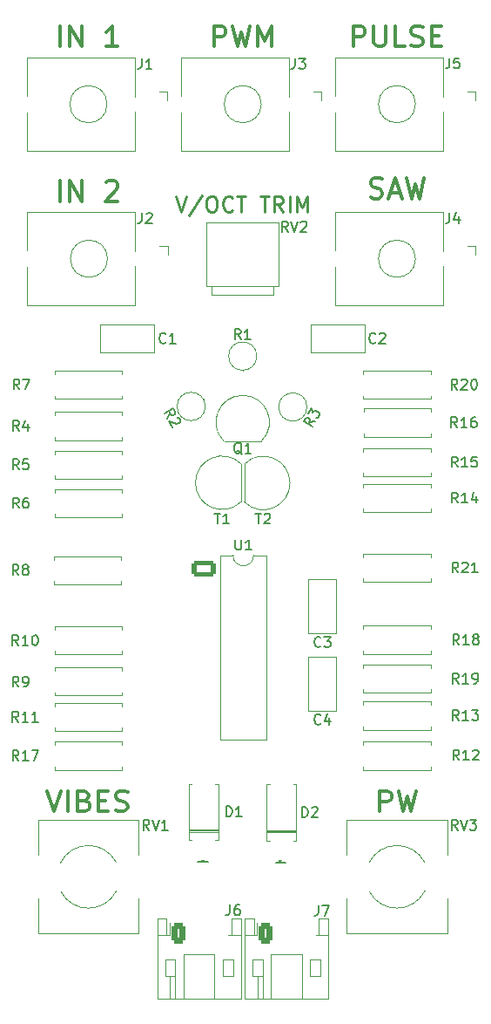
<source format=gbr>
%TF.GenerationSoftware,KiCad,Pcbnew,9.0.0*%
%TF.CreationDate,2025-07-31T22:07:32+10:00*%
%TF.ProjectId,VCO,56434f2e-6b69-4636-9164-5f7063625858,rev?*%
%TF.SameCoordinates,Original*%
%TF.FileFunction,Legend,Top*%
%TF.FilePolarity,Positive*%
%FSLAX46Y46*%
G04 Gerber Fmt 4.6, Leading zero omitted, Abs format (unit mm)*
G04 Created by KiCad (PCBNEW 9.0.0) date 2025-07-31 22:07:32*
%MOMM*%
%LPD*%
G01*
G04 APERTURE LIST*
G04 Aperture macros list*
%AMRoundRect*
0 Rectangle with rounded corners*
0 $1 Rounding radius*
0 $2 $3 $4 $5 $6 $7 $8 $9 X,Y pos of 4 corners*
0 Add a 4 corners polygon primitive as box body*
4,1,4,$2,$3,$4,$5,$6,$7,$8,$9,$2,$3,0*
0 Add four circle primitives for the rounded corners*
1,1,$1+$1,$2,$3*
1,1,$1+$1,$4,$5*
1,1,$1+$1,$6,$7*
1,1,$1+$1,$8,$9*
0 Add four rect primitives between the rounded corners*
20,1,$1+$1,$2,$3,$4,$5,0*
20,1,$1+$1,$4,$5,$6,$7,0*
20,1,$1+$1,$6,$7,$8,$9,0*
20,1,$1+$1,$8,$9,$2,$3,0*%
%AMHorizOval*
0 Thick line with rounded ends*
0 $1 width*
0 $2 $3 position (X,Y) of the first rounded end (center of the circle)*
0 $4 $5 position (X,Y) of the second rounded end (center of the circle)*
0 Add line between two ends*
20,1,$1,$2,$3,$4,$5,0*
0 Add two circle primitives to create the rounded ends*
1,1,$1,$2,$3*
1,1,$1,$4,$5*%
G04 Aperture macros list end*
%ADD10C,0.300000*%
%ADD11C,0.250000*%
%ADD12C,0.150000*%
%ADD13C,0.120000*%
%ADD14C,4.000000*%
%ADD15O,1.600000X2.400000*%
%ADD16R,1.350000X1.900000*%
%ADD17O,1.350000X1.900000*%
%ADD18C,1.600000*%
%ADD19O,1.600000X1.600000*%
%ADD20R,2.000000X2.000000*%
%ADD21C,2.200000*%
%ADD22RoundRect,0.291666X-0.408334X-0.708334X0.408334X-0.708334X0.408334X0.708334X-0.408334X0.708334X0*%
%ADD23O,1.400000X2.000000*%
%ADD24HorizOval,1.600000X0.000000X0.000000X0.000000X0.000000X0*%
%ADD25RoundRect,0.250000X-0.950000X-0.550000X0.950000X-0.550000X0.950000X0.550000X-0.950000X0.550000X0*%
%ADD26O,2.400000X1.600000*%
%ADD27R,1.800000X1.800000*%
%ADD28O,1.800000X1.800000*%
%ADD29R,1.900000X1.350000*%
%ADD30O,1.900000X1.350000*%
%ADD31HorizOval,1.600000X0.000000X0.000000X0.000000X0.000000X0*%
G04 APERTURE END LIST*
D10*
X57238095Y-71909638D02*
X57238095Y-69909638D01*
X58190476Y-71909638D02*
X58190476Y-69909638D01*
X58190476Y-69909638D02*
X59333333Y-71909638D01*
X59333333Y-71909638D02*
X59333333Y-69909638D01*
X61714286Y-70100114D02*
X61809524Y-70004876D01*
X61809524Y-70004876D02*
X62000000Y-69909638D01*
X62000000Y-69909638D02*
X62476191Y-69909638D01*
X62476191Y-69909638D02*
X62666667Y-70004876D01*
X62666667Y-70004876D02*
X62761905Y-70100114D01*
X62761905Y-70100114D02*
X62857143Y-70290590D01*
X62857143Y-70290590D02*
X62857143Y-70481066D01*
X62857143Y-70481066D02*
X62761905Y-70766780D01*
X62761905Y-70766780D02*
X61619048Y-71909638D01*
X61619048Y-71909638D02*
X62857143Y-71909638D01*
X72190476Y-56909638D02*
X72190476Y-54909638D01*
X72190476Y-54909638D02*
X72952381Y-54909638D01*
X72952381Y-54909638D02*
X73142857Y-55004876D01*
X73142857Y-55004876D02*
X73238095Y-55100114D01*
X73238095Y-55100114D02*
X73333333Y-55290590D01*
X73333333Y-55290590D02*
X73333333Y-55576304D01*
X73333333Y-55576304D02*
X73238095Y-55766780D01*
X73238095Y-55766780D02*
X73142857Y-55862019D01*
X73142857Y-55862019D02*
X72952381Y-55957257D01*
X72952381Y-55957257D02*
X72190476Y-55957257D01*
X74000000Y-54909638D02*
X74476190Y-56909638D01*
X74476190Y-56909638D02*
X74857143Y-55481066D01*
X74857143Y-55481066D02*
X75238095Y-56909638D01*
X75238095Y-56909638D02*
X75714286Y-54909638D01*
X76476190Y-56909638D02*
X76476190Y-54909638D01*
X76476190Y-54909638D02*
X77142857Y-56338209D01*
X77142857Y-56338209D02*
X77809523Y-54909638D01*
X77809523Y-54909638D02*
X77809523Y-56909638D01*
X87428571Y-71564400D02*
X87714285Y-71659638D01*
X87714285Y-71659638D02*
X88190476Y-71659638D01*
X88190476Y-71659638D02*
X88380952Y-71564400D01*
X88380952Y-71564400D02*
X88476190Y-71469161D01*
X88476190Y-71469161D02*
X88571428Y-71278685D01*
X88571428Y-71278685D02*
X88571428Y-71088209D01*
X88571428Y-71088209D02*
X88476190Y-70897733D01*
X88476190Y-70897733D02*
X88380952Y-70802495D01*
X88380952Y-70802495D02*
X88190476Y-70707257D01*
X88190476Y-70707257D02*
X87809523Y-70612019D01*
X87809523Y-70612019D02*
X87619047Y-70516780D01*
X87619047Y-70516780D02*
X87523809Y-70421542D01*
X87523809Y-70421542D02*
X87428571Y-70231066D01*
X87428571Y-70231066D02*
X87428571Y-70040590D01*
X87428571Y-70040590D02*
X87523809Y-69850114D01*
X87523809Y-69850114D02*
X87619047Y-69754876D01*
X87619047Y-69754876D02*
X87809523Y-69659638D01*
X87809523Y-69659638D02*
X88285714Y-69659638D01*
X88285714Y-69659638D02*
X88571428Y-69754876D01*
X89333333Y-71088209D02*
X90285714Y-71088209D01*
X89142857Y-71659638D02*
X89809523Y-69659638D01*
X89809523Y-69659638D02*
X90476190Y-71659638D01*
X90952381Y-69659638D02*
X91428571Y-71659638D01*
X91428571Y-71659638D02*
X91809524Y-70231066D01*
X91809524Y-70231066D02*
X92190476Y-71659638D01*
X92190476Y-71659638D02*
X92666667Y-69659638D01*
X56000000Y-129159638D02*
X56666666Y-131159638D01*
X56666666Y-131159638D02*
X57333333Y-129159638D01*
X58000000Y-131159638D02*
X58000000Y-129159638D01*
X59619048Y-130112019D02*
X59904762Y-130207257D01*
X59904762Y-130207257D02*
X60000000Y-130302495D01*
X60000000Y-130302495D02*
X60095238Y-130492971D01*
X60095238Y-130492971D02*
X60095238Y-130778685D01*
X60095238Y-130778685D02*
X60000000Y-130969161D01*
X60000000Y-130969161D02*
X59904762Y-131064400D01*
X59904762Y-131064400D02*
X59714286Y-131159638D01*
X59714286Y-131159638D02*
X58952381Y-131159638D01*
X58952381Y-131159638D02*
X58952381Y-129159638D01*
X58952381Y-129159638D02*
X59619048Y-129159638D01*
X59619048Y-129159638D02*
X59809524Y-129254876D01*
X59809524Y-129254876D02*
X59904762Y-129350114D01*
X59904762Y-129350114D02*
X60000000Y-129540590D01*
X60000000Y-129540590D02*
X60000000Y-129731066D01*
X60000000Y-129731066D02*
X59904762Y-129921542D01*
X59904762Y-129921542D02*
X59809524Y-130016780D01*
X59809524Y-130016780D02*
X59619048Y-130112019D01*
X59619048Y-130112019D02*
X58952381Y-130112019D01*
X60952381Y-130112019D02*
X61619048Y-130112019D01*
X61904762Y-131159638D02*
X60952381Y-131159638D01*
X60952381Y-131159638D02*
X60952381Y-129159638D01*
X60952381Y-129159638D02*
X61904762Y-129159638D01*
X62666667Y-131064400D02*
X62952381Y-131159638D01*
X62952381Y-131159638D02*
X63428572Y-131159638D01*
X63428572Y-131159638D02*
X63619048Y-131064400D01*
X63619048Y-131064400D02*
X63714286Y-130969161D01*
X63714286Y-130969161D02*
X63809524Y-130778685D01*
X63809524Y-130778685D02*
X63809524Y-130588209D01*
X63809524Y-130588209D02*
X63714286Y-130397733D01*
X63714286Y-130397733D02*
X63619048Y-130302495D01*
X63619048Y-130302495D02*
X63428572Y-130207257D01*
X63428572Y-130207257D02*
X63047619Y-130112019D01*
X63047619Y-130112019D02*
X62857143Y-130016780D01*
X62857143Y-130016780D02*
X62761905Y-129921542D01*
X62761905Y-129921542D02*
X62666667Y-129731066D01*
X62666667Y-129731066D02*
X62666667Y-129540590D01*
X62666667Y-129540590D02*
X62761905Y-129350114D01*
X62761905Y-129350114D02*
X62857143Y-129254876D01*
X62857143Y-129254876D02*
X63047619Y-129159638D01*
X63047619Y-129159638D02*
X63523810Y-129159638D01*
X63523810Y-129159638D02*
X63809524Y-129254876D01*
X85761904Y-56909638D02*
X85761904Y-54909638D01*
X85761904Y-54909638D02*
X86523809Y-54909638D01*
X86523809Y-54909638D02*
X86714285Y-55004876D01*
X86714285Y-55004876D02*
X86809523Y-55100114D01*
X86809523Y-55100114D02*
X86904761Y-55290590D01*
X86904761Y-55290590D02*
X86904761Y-55576304D01*
X86904761Y-55576304D02*
X86809523Y-55766780D01*
X86809523Y-55766780D02*
X86714285Y-55862019D01*
X86714285Y-55862019D02*
X86523809Y-55957257D01*
X86523809Y-55957257D02*
X85761904Y-55957257D01*
X87761904Y-54909638D02*
X87761904Y-56528685D01*
X87761904Y-56528685D02*
X87857142Y-56719161D01*
X87857142Y-56719161D02*
X87952380Y-56814400D01*
X87952380Y-56814400D02*
X88142856Y-56909638D01*
X88142856Y-56909638D02*
X88523809Y-56909638D01*
X88523809Y-56909638D02*
X88714285Y-56814400D01*
X88714285Y-56814400D02*
X88809523Y-56719161D01*
X88809523Y-56719161D02*
X88904761Y-56528685D01*
X88904761Y-56528685D02*
X88904761Y-54909638D01*
X90809523Y-56909638D02*
X89857142Y-56909638D01*
X89857142Y-56909638D02*
X89857142Y-54909638D01*
X91380952Y-56814400D02*
X91666666Y-56909638D01*
X91666666Y-56909638D02*
X92142857Y-56909638D01*
X92142857Y-56909638D02*
X92333333Y-56814400D01*
X92333333Y-56814400D02*
X92428571Y-56719161D01*
X92428571Y-56719161D02*
X92523809Y-56528685D01*
X92523809Y-56528685D02*
X92523809Y-56338209D01*
X92523809Y-56338209D02*
X92428571Y-56147733D01*
X92428571Y-56147733D02*
X92333333Y-56052495D01*
X92333333Y-56052495D02*
X92142857Y-55957257D01*
X92142857Y-55957257D02*
X91761904Y-55862019D01*
X91761904Y-55862019D02*
X91571428Y-55766780D01*
X91571428Y-55766780D02*
X91476190Y-55671542D01*
X91476190Y-55671542D02*
X91380952Y-55481066D01*
X91380952Y-55481066D02*
X91380952Y-55290590D01*
X91380952Y-55290590D02*
X91476190Y-55100114D01*
X91476190Y-55100114D02*
X91571428Y-55004876D01*
X91571428Y-55004876D02*
X91761904Y-54909638D01*
X91761904Y-54909638D02*
X92238095Y-54909638D01*
X92238095Y-54909638D02*
X92523809Y-55004876D01*
X93380952Y-55862019D02*
X94047619Y-55862019D01*
X94333333Y-56909638D02*
X93380952Y-56909638D01*
X93380952Y-56909638D02*
X93380952Y-54909638D01*
X93380952Y-54909638D02*
X94333333Y-54909638D01*
X57238095Y-56909638D02*
X57238095Y-54909638D01*
X58190476Y-56909638D02*
X58190476Y-54909638D01*
X58190476Y-54909638D02*
X59333333Y-56909638D01*
X59333333Y-56909638D02*
X59333333Y-54909638D01*
X62857143Y-56909638D02*
X61714286Y-56909638D01*
X62285714Y-56909638D02*
X62285714Y-54909638D01*
X62285714Y-54909638D02*
X62095238Y-55195352D01*
X62095238Y-55195352D02*
X61904762Y-55385828D01*
X61904762Y-55385828D02*
X61714286Y-55481066D01*
X88333333Y-131159638D02*
X88333333Y-129159638D01*
X88333333Y-129159638D02*
X89095238Y-129159638D01*
X89095238Y-129159638D02*
X89285714Y-129254876D01*
X89285714Y-129254876D02*
X89380952Y-129350114D01*
X89380952Y-129350114D02*
X89476190Y-129540590D01*
X89476190Y-129540590D02*
X89476190Y-129826304D01*
X89476190Y-129826304D02*
X89380952Y-130016780D01*
X89380952Y-130016780D02*
X89285714Y-130112019D01*
X89285714Y-130112019D02*
X89095238Y-130207257D01*
X89095238Y-130207257D02*
X88333333Y-130207257D01*
X90142857Y-129159638D02*
X90619047Y-131159638D01*
X90619047Y-131159638D02*
X91000000Y-129731066D01*
X91000000Y-129731066D02*
X91380952Y-131159638D01*
X91380952Y-131159638D02*
X91857143Y-129159638D01*
D11*
X68500000Y-71430928D02*
X69000000Y-72930928D01*
X69000000Y-72930928D02*
X69500000Y-71430928D01*
X71071428Y-71359500D02*
X69785714Y-73288071D01*
X71857143Y-71430928D02*
X72142857Y-71430928D01*
X72142857Y-71430928D02*
X72285714Y-71502357D01*
X72285714Y-71502357D02*
X72428571Y-71645214D01*
X72428571Y-71645214D02*
X72500000Y-71930928D01*
X72500000Y-71930928D02*
X72500000Y-72430928D01*
X72500000Y-72430928D02*
X72428571Y-72716642D01*
X72428571Y-72716642D02*
X72285714Y-72859500D01*
X72285714Y-72859500D02*
X72142857Y-72930928D01*
X72142857Y-72930928D02*
X71857143Y-72930928D01*
X71857143Y-72930928D02*
X71714286Y-72859500D01*
X71714286Y-72859500D02*
X71571428Y-72716642D01*
X71571428Y-72716642D02*
X71500000Y-72430928D01*
X71500000Y-72430928D02*
X71500000Y-71930928D01*
X71500000Y-71930928D02*
X71571428Y-71645214D01*
X71571428Y-71645214D02*
X71714286Y-71502357D01*
X71714286Y-71502357D02*
X71857143Y-71430928D01*
X74000000Y-72788071D02*
X73928572Y-72859500D01*
X73928572Y-72859500D02*
X73714286Y-72930928D01*
X73714286Y-72930928D02*
X73571429Y-72930928D01*
X73571429Y-72930928D02*
X73357143Y-72859500D01*
X73357143Y-72859500D02*
X73214286Y-72716642D01*
X73214286Y-72716642D02*
X73142857Y-72573785D01*
X73142857Y-72573785D02*
X73071429Y-72288071D01*
X73071429Y-72288071D02*
X73071429Y-72073785D01*
X73071429Y-72073785D02*
X73142857Y-71788071D01*
X73142857Y-71788071D02*
X73214286Y-71645214D01*
X73214286Y-71645214D02*
X73357143Y-71502357D01*
X73357143Y-71502357D02*
X73571429Y-71430928D01*
X73571429Y-71430928D02*
X73714286Y-71430928D01*
X73714286Y-71430928D02*
X73928572Y-71502357D01*
X73928572Y-71502357D02*
X74000000Y-71573785D01*
X74428572Y-71430928D02*
X75285715Y-71430928D01*
X74857143Y-72930928D02*
X74857143Y-71430928D01*
X76714286Y-71430928D02*
X77571429Y-71430928D01*
X77142857Y-72930928D02*
X77142857Y-71430928D01*
X78928571Y-72930928D02*
X78428571Y-72216642D01*
X78071428Y-72930928D02*
X78071428Y-71430928D01*
X78071428Y-71430928D02*
X78642857Y-71430928D01*
X78642857Y-71430928D02*
X78785714Y-71502357D01*
X78785714Y-71502357D02*
X78857143Y-71573785D01*
X78857143Y-71573785D02*
X78928571Y-71716642D01*
X78928571Y-71716642D02*
X78928571Y-71930928D01*
X78928571Y-71930928D02*
X78857143Y-72073785D01*
X78857143Y-72073785D02*
X78785714Y-72145214D01*
X78785714Y-72145214D02*
X78642857Y-72216642D01*
X78642857Y-72216642D02*
X78071428Y-72216642D01*
X79571428Y-72930928D02*
X79571428Y-71430928D01*
X80285714Y-72930928D02*
X80285714Y-71430928D01*
X80285714Y-71430928D02*
X80785714Y-72502357D01*
X80785714Y-72502357D02*
X81285714Y-71430928D01*
X81285714Y-71430928D02*
X81285714Y-72930928D01*
D12*
X95904761Y-132954819D02*
X95571428Y-132478628D01*
X95333333Y-132954819D02*
X95333333Y-131954819D01*
X95333333Y-131954819D02*
X95714285Y-131954819D01*
X95714285Y-131954819D02*
X95809523Y-132002438D01*
X95809523Y-132002438D02*
X95857142Y-132050057D01*
X95857142Y-132050057D02*
X95904761Y-132145295D01*
X95904761Y-132145295D02*
X95904761Y-132288152D01*
X95904761Y-132288152D02*
X95857142Y-132383390D01*
X95857142Y-132383390D02*
X95809523Y-132431009D01*
X95809523Y-132431009D02*
X95714285Y-132478628D01*
X95714285Y-132478628D02*
X95333333Y-132478628D01*
X96190476Y-131954819D02*
X96523809Y-132954819D01*
X96523809Y-132954819D02*
X96857142Y-131954819D01*
X97095238Y-131954819D02*
X97714285Y-131954819D01*
X97714285Y-131954819D02*
X97380952Y-132335771D01*
X97380952Y-132335771D02*
X97523809Y-132335771D01*
X97523809Y-132335771D02*
X97619047Y-132383390D01*
X97619047Y-132383390D02*
X97666666Y-132431009D01*
X97666666Y-132431009D02*
X97714285Y-132526247D01*
X97714285Y-132526247D02*
X97714285Y-132764342D01*
X97714285Y-132764342D02*
X97666666Y-132859580D01*
X97666666Y-132859580D02*
X97619047Y-132907200D01*
X97619047Y-132907200D02*
X97523809Y-132954819D01*
X97523809Y-132954819D02*
X97238095Y-132954819D01*
X97238095Y-132954819D02*
X97142857Y-132907200D01*
X97142857Y-132907200D02*
X97095238Y-132859580D01*
X74914761Y-96470057D02*
X74819523Y-96422438D01*
X74819523Y-96422438D02*
X74724285Y-96327200D01*
X74724285Y-96327200D02*
X74581428Y-96184342D01*
X74581428Y-96184342D02*
X74486190Y-96136723D01*
X74486190Y-96136723D02*
X74390952Y-96136723D01*
X74438571Y-96374819D02*
X74343333Y-96327200D01*
X74343333Y-96327200D02*
X74248095Y-96231961D01*
X74248095Y-96231961D02*
X74200476Y-96041485D01*
X74200476Y-96041485D02*
X74200476Y-95708152D01*
X74200476Y-95708152D02*
X74248095Y-95517676D01*
X74248095Y-95517676D02*
X74343333Y-95422438D01*
X74343333Y-95422438D02*
X74438571Y-95374819D01*
X74438571Y-95374819D02*
X74629047Y-95374819D01*
X74629047Y-95374819D02*
X74724285Y-95422438D01*
X74724285Y-95422438D02*
X74819523Y-95517676D01*
X74819523Y-95517676D02*
X74867142Y-95708152D01*
X74867142Y-95708152D02*
X74867142Y-96041485D01*
X74867142Y-96041485D02*
X74819523Y-96231961D01*
X74819523Y-96231961D02*
X74724285Y-96327200D01*
X74724285Y-96327200D02*
X74629047Y-96374819D01*
X74629047Y-96374819D02*
X74438571Y-96374819D01*
X75819523Y-96374819D02*
X75248095Y-96374819D01*
X75533809Y-96374819D02*
X75533809Y-95374819D01*
X75533809Y-95374819D02*
X75438571Y-95517676D01*
X75438571Y-95517676D02*
X75343333Y-95612914D01*
X75343333Y-95612914D02*
X75248095Y-95660533D01*
X53283333Y-90179819D02*
X52950000Y-89703628D01*
X52711905Y-90179819D02*
X52711905Y-89179819D01*
X52711905Y-89179819D02*
X53092857Y-89179819D01*
X53092857Y-89179819D02*
X53188095Y-89227438D01*
X53188095Y-89227438D02*
X53235714Y-89275057D01*
X53235714Y-89275057D02*
X53283333Y-89370295D01*
X53283333Y-89370295D02*
X53283333Y-89513152D01*
X53283333Y-89513152D02*
X53235714Y-89608390D01*
X53235714Y-89608390D02*
X53188095Y-89656009D01*
X53188095Y-89656009D02*
X53092857Y-89703628D01*
X53092857Y-89703628D02*
X52711905Y-89703628D01*
X53616667Y-89179819D02*
X54283333Y-89179819D01*
X54283333Y-89179819D02*
X53854762Y-90179819D01*
X53233333Y-97954819D02*
X52900000Y-97478628D01*
X52661905Y-97954819D02*
X52661905Y-96954819D01*
X52661905Y-96954819D02*
X53042857Y-96954819D01*
X53042857Y-96954819D02*
X53138095Y-97002438D01*
X53138095Y-97002438D02*
X53185714Y-97050057D01*
X53185714Y-97050057D02*
X53233333Y-97145295D01*
X53233333Y-97145295D02*
X53233333Y-97288152D01*
X53233333Y-97288152D02*
X53185714Y-97383390D01*
X53185714Y-97383390D02*
X53138095Y-97431009D01*
X53138095Y-97431009D02*
X53042857Y-97478628D01*
X53042857Y-97478628D02*
X52661905Y-97478628D01*
X54138095Y-96954819D02*
X53661905Y-96954819D01*
X53661905Y-96954819D02*
X53614286Y-97431009D01*
X53614286Y-97431009D02*
X53661905Y-97383390D01*
X53661905Y-97383390D02*
X53757143Y-97335771D01*
X53757143Y-97335771D02*
X53995238Y-97335771D01*
X53995238Y-97335771D02*
X54090476Y-97383390D01*
X54090476Y-97383390D02*
X54138095Y-97431009D01*
X54138095Y-97431009D02*
X54185714Y-97526247D01*
X54185714Y-97526247D02*
X54185714Y-97764342D01*
X54185714Y-97764342D02*
X54138095Y-97859580D01*
X54138095Y-97859580D02*
X54090476Y-97907200D01*
X54090476Y-97907200D02*
X53995238Y-97954819D01*
X53995238Y-97954819D02*
X53757143Y-97954819D01*
X53757143Y-97954819D02*
X53661905Y-97907200D01*
X53661905Y-97907200D02*
X53614286Y-97859580D01*
X80091666Y-58054819D02*
X80091666Y-58769104D01*
X80091666Y-58769104D02*
X80044047Y-58911961D01*
X80044047Y-58911961D02*
X79948809Y-59007200D01*
X79948809Y-59007200D02*
X79805952Y-59054819D01*
X79805952Y-59054819D02*
X79710714Y-59054819D01*
X80472619Y-58054819D02*
X81091666Y-58054819D01*
X81091666Y-58054819D02*
X80758333Y-58435771D01*
X80758333Y-58435771D02*
X80901190Y-58435771D01*
X80901190Y-58435771D02*
X80996428Y-58483390D01*
X80996428Y-58483390D02*
X81044047Y-58531009D01*
X81044047Y-58531009D02*
X81091666Y-58626247D01*
X81091666Y-58626247D02*
X81091666Y-58864342D01*
X81091666Y-58864342D02*
X81044047Y-58959580D01*
X81044047Y-58959580D02*
X80996428Y-59007200D01*
X80996428Y-59007200D02*
X80901190Y-59054819D01*
X80901190Y-59054819D02*
X80615476Y-59054819D01*
X80615476Y-59054819D02*
X80520238Y-59007200D01*
X80520238Y-59007200D02*
X80472619Y-58959580D01*
X73741666Y-140229819D02*
X73741666Y-140944104D01*
X73741666Y-140944104D02*
X73694047Y-141086961D01*
X73694047Y-141086961D02*
X73598809Y-141182200D01*
X73598809Y-141182200D02*
X73455952Y-141229819D01*
X73455952Y-141229819D02*
X73360714Y-141229819D01*
X74646428Y-140229819D02*
X74455952Y-140229819D01*
X74455952Y-140229819D02*
X74360714Y-140277438D01*
X74360714Y-140277438D02*
X74313095Y-140325057D01*
X74313095Y-140325057D02*
X74217857Y-140467914D01*
X74217857Y-140467914D02*
X74170238Y-140658390D01*
X74170238Y-140658390D02*
X74170238Y-141039342D01*
X74170238Y-141039342D02*
X74217857Y-141134580D01*
X74217857Y-141134580D02*
X74265476Y-141182200D01*
X74265476Y-141182200D02*
X74360714Y-141229819D01*
X74360714Y-141229819D02*
X74551190Y-141229819D01*
X74551190Y-141229819D02*
X74646428Y-141182200D01*
X74646428Y-141182200D02*
X74694047Y-141134580D01*
X74694047Y-141134580D02*
X74741666Y-141039342D01*
X74741666Y-141039342D02*
X74741666Y-140801247D01*
X74741666Y-140801247D02*
X74694047Y-140706009D01*
X74694047Y-140706009D02*
X74646428Y-140658390D01*
X74646428Y-140658390D02*
X74551190Y-140610771D01*
X74551190Y-140610771D02*
X74360714Y-140610771D01*
X74360714Y-140610771D02*
X74265476Y-140658390D01*
X74265476Y-140658390D02*
X74217857Y-140706009D01*
X74217857Y-140706009D02*
X74170238Y-140801247D01*
X95957142Y-107964819D02*
X95623809Y-107488628D01*
X95385714Y-107964819D02*
X95385714Y-106964819D01*
X95385714Y-106964819D02*
X95766666Y-106964819D01*
X95766666Y-106964819D02*
X95861904Y-107012438D01*
X95861904Y-107012438D02*
X95909523Y-107060057D01*
X95909523Y-107060057D02*
X95957142Y-107155295D01*
X95957142Y-107155295D02*
X95957142Y-107298152D01*
X95957142Y-107298152D02*
X95909523Y-107393390D01*
X95909523Y-107393390D02*
X95861904Y-107441009D01*
X95861904Y-107441009D02*
X95766666Y-107488628D01*
X95766666Y-107488628D02*
X95385714Y-107488628D01*
X96338095Y-107060057D02*
X96385714Y-107012438D01*
X96385714Y-107012438D02*
X96480952Y-106964819D01*
X96480952Y-106964819D02*
X96719047Y-106964819D01*
X96719047Y-106964819D02*
X96814285Y-107012438D01*
X96814285Y-107012438D02*
X96861904Y-107060057D01*
X96861904Y-107060057D02*
X96909523Y-107155295D01*
X96909523Y-107155295D02*
X96909523Y-107250533D01*
X96909523Y-107250533D02*
X96861904Y-107393390D01*
X96861904Y-107393390D02*
X96290476Y-107964819D01*
X96290476Y-107964819D02*
X96909523Y-107964819D01*
X97861904Y-107964819D02*
X97290476Y-107964819D01*
X97576190Y-107964819D02*
X97576190Y-106964819D01*
X97576190Y-106964819D02*
X97480952Y-107107676D01*
X97480952Y-107107676D02*
X97385714Y-107202914D01*
X97385714Y-107202914D02*
X97290476Y-107250533D01*
X82583333Y-115109580D02*
X82535714Y-115157200D01*
X82535714Y-115157200D02*
X82392857Y-115204819D01*
X82392857Y-115204819D02*
X82297619Y-115204819D01*
X82297619Y-115204819D02*
X82154762Y-115157200D01*
X82154762Y-115157200D02*
X82059524Y-115061961D01*
X82059524Y-115061961D02*
X82011905Y-114966723D01*
X82011905Y-114966723D02*
X81964286Y-114776247D01*
X81964286Y-114776247D02*
X81964286Y-114633390D01*
X81964286Y-114633390D02*
X82011905Y-114442914D01*
X82011905Y-114442914D02*
X82059524Y-114347676D01*
X82059524Y-114347676D02*
X82154762Y-114252438D01*
X82154762Y-114252438D02*
X82297619Y-114204819D01*
X82297619Y-114204819D02*
X82392857Y-114204819D01*
X82392857Y-114204819D02*
X82535714Y-114252438D01*
X82535714Y-114252438D02*
X82583333Y-114300057D01*
X82916667Y-114204819D02*
X83535714Y-114204819D01*
X83535714Y-114204819D02*
X83202381Y-114585771D01*
X83202381Y-114585771D02*
X83345238Y-114585771D01*
X83345238Y-114585771D02*
X83440476Y-114633390D01*
X83440476Y-114633390D02*
X83488095Y-114681009D01*
X83488095Y-114681009D02*
X83535714Y-114776247D01*
X83535714Y-114776247D02*
X83535714Y-115014342D01*
X83535714Y-115014342D02*
X83488095Y-115109580D01*
X83488095Y-115109580D02*
X83440476Y-115157200D01*
X83440476Y-115157200D02*
X83345238Y-115204819D01*
X83345238Y-115204819D02*
X83059524Y-115204819D01*
X83059524Y-115204819D02*
X82964286Y-115157200D01*
X82964286Y-115157200D02*
X82916667Y-115109580D01*
X82060551Y-93321746D02*
X81481492Y-93372326D01*
X81774837Y-93816618D02*
X80908812Y-93316618D01*
X80908812Y-93316618D02*
X81099288Y-92986703D01*
X81099288Y-92986703D02*
X81188146Y-92928034D01*
X81188146Y-92928034D02*
X81253195Y-92910605D01*
X81253195Y-92910605D02*
X81359483Y-92916984D01*
X81359483Y-92916984D02*
X81483201Y-92988413D01*
X81483201Y-92988413D02*
X81541870Y-93077271D01*
X81541870Y-93077271D02*
X81559300Y-93142320D01*
X81559300Y-93142320D02*
X81552920Y-93248608D01*
X81552920Y-93248608D02*
X81362444Y-93578523D01*
X81361193Y-92533071D02*
X81670716Y-91996960D01*
X81670716Y-91996960D02*
X81833964Y-92476111D01*
X81833964Y-92476111D02*
X81905393Y-92352393D01*
X81905393Y-92352393D02*
X81994251Y-92293724D01*
X81994251Y-92293724D02*
X82059300Y-92276295D01*
X82059300Y-92276295D02*
X82165588Y-92282674D01*
X82165588Y-92282674D02*
X82371785Y-92401722D01*
X82371785Y-92401722D02*
X82430454Y-92490580D01*
X82430454Y-92490580D02*
X82447883Y-92555629D01*
X82447883Y-92555629D02*
X82441504Y-92661917D01*
X82441504Y-92661917D02*
X82298646Y-92909353D01*
X82298646Y-92909353D02*
X82209788Y-92968022D01*
X82209788Y-92968022D02*
X82144739Y-92985452D01*
X65166666Y-58079819D02*
X65166666Y-58794104D01*
X65166666Y-58794104D02*
X65119047Y-58936961D01*
X65119047Y-58936961D02*
X65023809Y-59032200D01*
X65023809Y-59032200D02*
X64880952Y-59079819D01*
X64880952Y-59079819D02*
X64785714Y-59079819D01*
X66166666Y-59079819D02*
X65595238Y-59079819D01*
X65880952Y-59079819D02*
X65880952Y-58079819D01*
X65880952Y-58079819D02*
X65785714Y-58222676D01*
X65785714Y-58222676D02*
X65690476Y-58317914D01*
X65690476Y-58317914D02*
X65595238Y-58365533D01*
X95877142Y-90194819D02*
X95543809Y-89718628D01*
X95305714Y-90194819D02*
X95305714Y-89194819D01*
X95305714Y-89194819D02*
X95686666Y-89194819D01*
X95686666Y-89194819D02*
X95781904Y-89242438D01*
X95781904Y-89242438D02*
X95829523Y-89290057D01*
X95829523Y-89290057D02*
X95877142Y-89385295D01*
X95877142Y-89385295D02*
X95877142Y-89528152D01*
X95877142Y-89528152D02*
X95829523Y-89623390D01*
X95829523Y-89623390D02*
X95781904Y-89671009D01*
X95781904Y-89671009D02*
X95686666Y-89718628D01*
X95686666Y-89718628D02*
X95305714Y-89718628D01*
X96258095Y-89290057D02*
X96305714Y-89242438D01*
X96305714Y-89242438D02*
X96400952Y-89194819D01*
X96400952Y-89194819D02*
X96639047Y-89194819D01*
X96639047Y-89194819D02*
X96734285Y-89242438D01*
X96734285Y-89242438D02*
X96781904Y-89290057D01*
X96781904Y-89290057D02*
X96829523Y-89385295D01*
X96829523Y-89385295D02*
X96829523Y-89480533D01*
X96829523Y-89480533D02*
X96781904Y-89623390D01*
X96781904Y-89623390D02*
X96210476Y-90194819D01*
X96210476Y-90194819D02*
X96829523Y-90194819D01*
X97448571Y-89194819D02*
X97543809Y-89194819D01*
X97543809Y-89194819D02*
X97639047Y-89242438D01*
X97639047Y-89242438D02*
X97686666Y-89290057D01*
X97686666Y-89290057D02*
X97734285Y-89385295D01*
X97734285Y-89385295D02*
X97781904Y-89575771D01*
X97781904Y-89575771D02*
X97781904Y-89813866D01*
X97781904Y-89813866D02*
X97734285Y-90004342D01*
X97734285Y-90004342D02*
X97686666Y-90099580D01*
X97686666Y-90099580D02*
X97639047Y-90147200D01*
X97639047Y-90147200D02*
X97543809Y-90194819D01*
X97543809Y-90194819D02*
X97448571Y-90194819D01*
X97448571Y-90194819D02*
X97353333Y-90147200D01*
X97353333Y-90147200D02*
X97305714Y-90099580D01*
X97305714Y-90099580D02*
X97258095Y-90004342D01*
X97258095Y-90004342D02*
X97210476Y-89813866D01*
X97210476Y-89813866D02*
X97210476Y-89575771D01*
X97210476Y-89575771D02*
X97258095Y-89385295D01*
X97258095Y-89385295D02*
X97305714Y-89290057D01*
X97305714Y-89290057D02*
X97353333Y-89242438D01*
X97353333Y-89242438D02*
X97448571Y-89194819D01*
X53182142Y-122454819D02*
X52848809Y-121978628D01*
X52610714Y-122454819D02*
X52610714Y-121454819D01*
X52610714Y-121454819D02*
X52991666Y-121454819D01*
X52991666Y-121454819D02*
X53086904Y-121502438D01*
X53086904Y-121502438D02*
X53134523Y-121550057D01*
X53134523Y-121550057D02*
X53182142Y-121645295D01*
X53182142Y-121645295D02*
X53182142Y-121788152D01*
X53182142Y-121788152D02*
X53134523Y-121883390D01*
X53134523Y-121883390D02*
X53086904Y-121931009D01*
X53086904Y-121931009D02*
X52991666Y-121978628D01*
X52991666Y-121978628D02*
X52610714Y-121978628D01*
X54134523Y-122454819D02*
X53563095Y-122454819D01*
X53848809Y-122454819D02*
X53848809Y-121454819D01*
X53848809Y-121454819D02*
X53753571Y-121597676D01*
X53753571Y-121597676D02*
X53658333Y-121692914D01*
X53658333Y-121692914D02*
X53563095Y-121740533D01*
X55086904Y-122454819D02*
X54515476Y-122454819D01*
X54801190Y-122454819D02*
X54801190Y-121454819D01*
X54801190Y-121454819D02*
X54705952Y-121597676D01*
X54705952Y-121597676D02*
X54610714Y-121692914D01*
X54610714Y-121692914D02*
X54515476Y-121740533D01*
X96047142Y-126174819D02*
X95713809Y-125698628D01*
X95475714Y-126174819D02*
X95475714Y-125174819D01*
X95475714Y-125174819D02*
X95856666Y-125174819D01*
X95856666Y-125174819D02*
X95951904Y-125222438D01*
X95951904Y-125222438D02*
X95999523Y-125270057D01*
X95999523Y-125270057D02*
X96047142Y-125365295D01*
X96047142Y-125365295D02*
X96047142Y-125508152D01*
X96047142Y-125508152D02*
X95999523Y-125603390D01*
X95999523Y-125603390D02*
X95951904Y-125651009D01*
X95951904Y-125651009D02*
X95856666Y-125698628D01*
X95856666Y-125698628D02*
X95475714Y-125698628D01*
X96999523Y-126174819D02*
X96428095Y-126174819D01*
X96713809Y-126174819D02*
X96713809Y-125174819D01*
X96713809Y-125174819D02*
X96618571Y-125317676D01*
X96618571Y-125317676D02*
X96523333Y-125412914D01*
X96523333Y-125412914D02*
X96428095Y-125460533D01*
X97380476Y-125270057D02*
X97428095Y-125222438D01*
X97428095Y-125222438D02*
X97523333Y-125174819D01*
X97523333Y-125174819D02*
X97761428Y-125174819D01*
X97761428Y-125174819D02*
X97856666Y-125222438D01*
X97856666Y-125222438D02*
X97904285Y-125270057D01*
X97904285Y-125270057D02*
X97951904Y-125365295D01*
X97951904Y-125365295D02*
X97951904Y-125460533D01*
X97951904Y-125460533D02*
X97904285Y-125603390D01*
X97904285Y-125603390D02*
X97332857Y-126174819D01*
X97332857Y-126174819D02*
X97951904Y-126174819D01*
X67523333Y-85619580D02*
X67475714Y-85667200D01*
X67475714Y-85667200D02*
X67332857Y-85714819D01*
X67332857Y-85714819D02*
X67237619Y-85714819D01*
X67237619Y-85714819D02*
X67094762Y-85667200D01*
X67094762Y-85667200D02*
X66999524Y-85571961D01*
X66999524Y-85571961D02*
X66951905Y-85476723D01*
X66951905Y-85476723D02*
X66904286Y-85286247D01*
X66904286Y-85286247D02*
X66904286Y-85143390D01*
X66904286Y-85143390D02*
X66951905Y-84952914D01*
X66951905Y-84952914D02*
X66999524Y-84857676D01*
X66999524Y-84857676D02*
X67094762Y-84762438D01*
X67094762Y-84762438D02*
X67237619Y-84714819D01*
X67237619Y-84714819D02*
X67332857Y-84714819D01*
X67332857Y-84714819D02*
X67475714Y-84762438D01*
X67475714Y-84762438D02*
X67523333Y-84810057D01*
X68475714Y-85714819D02*
X67904286Y-85714819D01*
X68190000Y-85714819D02*
X68190000Y-84714819D01*
X68190000Y-84714819D02*
X68094762Y-84857676D01*
X68094762Y-84857676D02*
X67999524Y-84952914D01*
X67999524Y-84952914D02*
X67904286Y-85000533D01*
X95857142Y-93879819D02*
X95523809Y-93403628D01*
X95285714Y-93879819D02*
X95285714Y-92879819D01*
X95285714Y-92879819D02*
X95666666Y-92879819D01*
X95666666Y-92879819D02*
X95761904Y-92927438D01*
X95761904Y-92927438D02*
X95809523Y-92975057D01*
X95809523Y-92975057D02*
X95857142Y-93070295D01*
X95857142Y-93070295D02*
X95857142Y-93213152D01*
X95857142Y-93213152D02*
X95809523Y-93308390D01*
X95809523Y-93308390D02*
X95761904Y-93356009D01*
X95761904Y-93356009D02*
X95666666Y-93403628D01*
X95666666Y-93403628D02*
X95285714Y-93403628D01*
X96809523Y-93879819D02*
X96238095Y-93879819D01*
X96523809Y-93879819D02*
X96523809Y-92879819D01*
X96523809Y-92879819D02*
X96428571Y-93022676D01*
X96428571Y-93022676D02*
X96333333Y-93117914D01*
X96333333Y-93117914D02*
X96238095Y-93165533D01*
X97666666Y-92879819D02*
X97476190Y-92879819D01*
X97476190Y-92879819D02*
X97380952Y-92927438D01*
X97380952Y-92927438D02*
X97333333Y-92975057D01*
X97333333Y-92975057D02*
X97238095Y-93117914D01*
X97238095Y-93117914D02*
X97190476Y-93308390D01*
X97190476Y-93308390D02*
X97190476Y-93689342D01*
X97190476Y-93689342D02*
X97238095Y-93784580D01*
X97238095Y-93784580D02*
X97285714Y-93832200D01*
X97285714Y-93832200D02*
X97380952Y-93879819D01*
X97380952Y-93879819D02*
X97571428Y-93879819D01*
X97571428Y-93879819D02*
X97666666Y-93832200D01*
X97666666Y-93832200D02*
X97714285Y-93784580D01*
X97714285Y-93784580D02*
X97761904Y-93689342D01*
X97761904Y-93689342D02*
X97761904Y-93451247D01*
X97761904Y-93451247D02*
X97714285Y-93356009D01*
X97714285Y-93356009D02*
X97666666Y-93308390D01*
X97666666Y-93308390D02*
X97571428Y-93260771D01*
X97571428Y-93260771D02*
X97380952Y-93260771D01*
X97380952Y-93260771D02*
X97285714Y-93308390D01*
X97285714Y-93308390D02*
X97238095Y-93356009D01*
X97238095Y-93356009D02*
X97190476Y-93451247D01*
X53208333Y-108204819D02*
X52875000Y-107728628D01*
X52636905Y-108204819D02*
X52636905Y-107204819D01*
X52636905Y-107204819D02*
X53017857Y-107204819D01*
X53017857Y-107204819D02*
X53113095Y-107252438D01*
X53113095Y-107252438D02*
X53160714Y-107300057D01*
X53160714Y-107300057D02*
X53208333Y-107395295D01*
X53208333Y-107395295D02*
X53208333Y-107538152D01*
X53208333Y-107538152D02*
X53160714Y-107633390D01*
X53160714Y-107633390D02*
X53113095Y-107681009D01*
X53113095Y-107681009D02*
X53017857Y-107728628D01*
X53017857Y-107728628D02*
X52636905Y-107728628D01*
X53779762Y-107633390D02*
X53684524Y-107585771D01*
X53684524Y-107585771D02*
X53636905Y-107538152D01*
X53636905Y-107538152D02*
X53589286Y-107442914D01*
X53589286Y-107442914D02*
X53589286Y-107395295D01*
X53589286Y-107395295D02*
X53636905Y-107300057D01*
X53636905Y-107300057D02*
X53684524Y-107252438D01*
X53684524Y-107252438D02*
X53779762Y-107204819D01*
X53779762Y-107204819D02*
X53970238Y-107204819D01*
X53970238Y-107204819D02*
X54065476Y-107252438D01*
X54065476Y-107252438D02*
X54113095Y-107300057D01*
X54113095Y-107300057D02*
X54160714Y-107395295D01*
X54160714Y-107395295D02*
X54160714Y-107442914D01*
X54160714Y-107442914D02*
X54113095Y-107538152D01*
X54113095Y-107538152D02*
X54065476Y-107585771D01*
X54065476Y-107585771D02*
X53970238Y-107633390D01*
X53970238Y-107633390D02*
X53779762Y-107633390D01*
X53779762Y-107633390D02*
X53684524Y-107681009D01*
X53684524Y-107681009D02*
X53636905Y-107728628D01*
X53636905Y-107728628D02*
X53589286Y-107823866D01*
X53589286Y-107823866D02*
X53589286Y-108014342D01*
X53589286Y-108014342D02*
X53636905Y-108109580D01*
X53636905Y-108109580D02*
X53684524Y-108157200D01*
X53684524Y-108157200D02*
X53779762Y-108204819D01*
X53779762Y-108204819D02*
X53970238Y-108204819D01*
X53970238Y-108204819D02*
X54065476Y-108157200D01*
X54065476Y-108157200D02*
X54113095Y-108109580D01*
X54113095Y-108109580D02*
X54160714Y-108014342D01*
X54160714Y-108014342D02*
X54160714Y-107823866D01*
X54160714Y-107823866D02*
X54113095Y-107728628D01*
X54113095Y-107728628D02*
X54065476Y-107681009D01*
X54065476Y-107681009D02*
X53970238Y-107633390D01*
X74298095Y-104754819D02*
X74298095Y-105564342D01*
X74298095Y-105564342D02*
X74345714Y-105659580D01*
X74345714Y-105659580D02*
X74393333Y-105707200D01*
X74393333Y-105707200D02*
X74488571Y-105754819D01*
X74488571Y-105754819D02*
X74679047Y-105754819D01*
X74679047Y-105754819D02*
X74774285Y-105707200D01*
X74774285Y-105707200D02*
X74821904Y-105659580D01*
X74821904Y-105659580D02*
X74869523Y-105564342D01*
X74869523Y-105564342D02*
X74869523Y-104754819D01*
X75869523Y-105754819D02*
X75298095Y-105754819D01*
X75583809Y-105754819D02*
X75583809Y-104754819D01*
X75583809Y-104754819D02*
X75488571Y-104897676D01*
X75488571Y-104897676D02*
X75393333Y-104992914D01*
X75393333Y-104992914D02*
X75298095Y-105040533D01*
X73391905Y-131654819D02*
X73391905Y-130654819D01*
X73391905Y-130654819D02*
X73630000Y-130654819D01*
X73630000Y-130654819D02*
X73772857Y-130702438D01*
X73772857Y-130702438D02*
X73868095Y-130797676D01*
X73868095Y-130797676D02*
X73915714Y-130892914D01*
X73915714Y-130892914D02*
X73963333Y-131083390D01*
X73963333Y-131083390D02*
X73963333Y-131226247D01*
X73963333Y-131226247D02*
X73915714Y-131416723D01*
X73915714Y-131416723D02*
X73868095Y-131511961D01*
X73868095Y-131511961D02*
X73772857Y-131607200D01*
X73772857Y-131607200D02*
X73630000Y-131654819D01*
X73630000Y-131654819D02*
X73391905Y-131654819D01*
X74915714Y-131654819D02*
X74344286Y-131654819D01*
X74630000Y-131654819D02*
X74630000Y-130654819D01*
X74630000Y-130654819D02*
X74534762Y-130797676D01*
X74534762Y-130797676D02*
X74439524Y-130892914D01*
X74439524Y-130892914D02*
X74344286Y-130940533D01*
X71654819Y-136061904D02*
X70654819Y-136061904D01*
X71654819Y-135490476D02*
X71083390Y-135919047D01*
X70654819Y-135490476D02*
X71226247Y-136061904D01*
X65904761Y-132954819D02*
X65571428Y-132478628D01*
X65333333Y-132954819D02*
X65333333Y-131954819D01*
X65333333Y-131954819D02*
X65714285Y-131954819D01*
X65714285Y-131954819D02*
X65809523Y-132002438D01*
X65809523Y-132002438D02*
X65857142Y-132050057D01*
X65857142Y-132050057D02*
X65904761Y-132145295D01*
X65904761Y-132145295D02*
X65904761Y-132288152D01*
X65904761Y-132288152D02*
X65857142Y-132383390D01*
X65857142Y-132383390D02*
X65809523Y-132431009D01*
X65809523Y-132431009D02*
X65714285Y-132478628D01*
X65714285Y-132478628D02*
X65333333Y-132478628D01*
X66190476Y-131954819D02*
X66523809Y-132954819D01*
X66523809Y-132954819D02*
X66857142Y-131954819D01*
X67714285Y-132954819D02*
X67142857Y-132954819D01*
X67428571Y-132954819D02*
X67428571Y-131954819D01*
X67428571Y-131954819D02*
X67333333Y-132097676D01*
X67333333Y-132097676D02*
X67238095Y-132192914D01*
X67238095Y-132192914D02*
X67142857Y-132240533D01*
X95987142Y-118724819D02*
X95653809Y-118248628D01*
X95415714Y-118724819D02*
X95415714Y-117724819D01*
X95415714Y-117724819D02*
X95796666Y-117724819D01*
X95796666Y-117724819D02*
X95891904Y-117772438D01*
X95891904Y-117772438D02*
X95939523Y-117820057D01*
X95939523Y-117820057D02*
X95987142Y-117915295D01*
X95987142Y-117915295D02*
X95987142Y-118058152D01*
X95987142Y-118058152D02*
X95939523Y-118153390D01*
X95939523Y-118153390D02*
X95891904Y-118201009D01*
X95891904Y-118201009D02*
X95796666Y-118248628D01*
X95796666Y-118248628D02*
X95415714Y-118248628D01*
X96939523Y-118724819D02*
X96368095Y-118724819D01*
X96653809Y-118724819D02*
X96653809Y-117724819D01*
X96653809Y-117724819D02*
X96558571Y-117867676D01*
X96558571Y-117867676D02*
X96463333Y-117962914D01*
X96463333Y-117962914D02*
X96368095Y-118010533D01*
X97415714Y-118724819D02*
X97606190Y-118724819D01*
X97606190Y-118724819D02*
X97701428Y-118677200D01*
X97701428Y-118677200D02*
X97749047Y-118629580D01*
X97749047Y-118629580D02*
X97844285Y-118486723D01*
X97844285Y-118486723D02*
X97891904Y-118296247D01*
X97891904Y-118296247D02*
X97891904Y-117915295D01*
X97891904Y-117915295D02*
X97844285Y-117820057D01*
X97844285Y-117820057D02*
X97796666Y-117772438D01*
X97796666Y-117772438D02*
X97701428Y-117724819D01*
X97701428Y-117724819D02*
X97510952Y-117724819D01*
X97510952Y-117724819D02*
X97415714Y-117772438D01*
X97415714Y-117772438D02*
X97368095Y-117820057D01*
X97368095Y-117820057D02*
X97320476Y-117915295D01*
X97320476Y-117915295D02*
X97320476Y-118153390D01*
X97320476Y-118153390D02*
X97368095Y-118248628D01*
X97368095Y-118248628D02*
X97415714Y-118296247D01*
X97415714Y-118296247D02*
X97510952Y-118343866D01*
X97510952Y-118343866D02*
X97701428Y-118343866D01*
X97701428Y-118343866D02*
X97796666Y-118296247D01*
X97796666Y-118296247D02*
X97844285Y-118248628D01*
X97844285Y-118248628D02*
X97891904Y-118153390D01*
X82583333Y-122609580D02*
X82535714Y-122657200D01*
X82535714Y-122657200D02*
X82392857Y-122704819D01*
X82392857Y-122704819D02*
X82297619Y-122704819D01*
X82297619Y-122704819D02*
X82154762Y-122657200D01*
X82154762Y-122657200D02*
X82059524Y-122561961D01*
X82059524Y-122561961D02*
X82011905Y-122466723D01*
X82011905Y-122466723D02*
X81964286Y-122276247D01*
X81964286Y-122276247D02*
X81964286Y-122133390D01*
X81964286Y-122133390D02*
X82011905Y-121942914D01*
X82011905Y-121942914D02*
X82059524Y-121847676D01*
X82059524Y-121847676D02*
X82154762Y-121752438D01*
X82154762Y-121752438D02*
X82297619Y-121704819D01*
X82297619Y-121704819D02*
X82392857Y-121704819D01*
X82392857Y-121704819D02*
X82535714Y-121752438D01*
X82535714Y-121752438D02*
X82583333Y-121800057D01*
X83440476Y-122038152D02*
X83440476Y-122704819D01*
X83202381Y-121657200D02*
X82964286Y-122371485D01*
X82964286Y-122371485D02*
X83583333Y-122371485D01*
X96017142Y-122304819D02*
X95683809Y-121828628D01*
X95445714Y-122304819D02*
X95445714Y-121304819D01*
X95445714Y-121304819D02*
X95826666Y-121304819D01*
X95826666Y-121304819D02*
X95921904Y-121352438D01*
X95921904Y-121352438D02*
X95969523Y-121400057D01*
X95969523Y-121400057D02*
X96017142Y-121495295D01*
X96017142Y-121495295D02*
X96017142Y-121638152D01*
X96017142Y-121638152D02*
X95969523Y-121733390D01*
X95969523Y-121733390D02*
X95921904Y-121781009D01*
X95921904Y-121781009D02*
X95826666Y-121828628D01*
X95826666Y-121828628D02*
X95445714Y-121828628D01*
X96969523Y-122304819D02*
X96398095Y-122304819D01*
X96683809Y-122304819D02*
X96683809Y-121304819D01*
X96683809Y-121304819D02*
X96588571Y-121447676D01*
X96588571Y-121447676D02*
X96493333Y-121542914D01*
X96493333Y-121542914D02*
X96398095Y-121590533D01*
X97302857Y-121304819D02*
X97921904Y-121304819D01*
X97921904Y-121304819D02*
X97588571Y-121685771D01*
X97588571Y-121685771D02*
X97731428Y-121685771D01*
X97731428Y-121685771D02*
X97826666Y-121733390D01*
X97826666Y-121733390D02*
X97874285Y-121781009D01*
X97874285Y-121781009D02*
X97921904Y-121876247D01*
X97921904Y-121876247D02*
X97921904Y-122114342D01*
X97921904Y-122114342D02*
X97874285Y-122209580D01*
X97874285Y-122209580D02*
X97826666Y-122257200D01*
X97826666Y-122257200D02*
X97731428Y-122304819D01*
X97731428Y-122304819D02*
X97445714Y-122304819D01*
X97445714Y-122304819D02*
X97350476Y-122257200D01*
X97350476Y-122257200D02*
X97302857Y-122209580D01*
X87923333Y-85609580D02*
X87875714Y-85657200D01*
X87875714Y-85657200D02*
X87732857Y-85704819D01*
X87732857Y-85704819D02*
X87637619Y-85704819D01*
X87637619Y-85704819D02*
X87494762Y-85657200D01*
X87494762Y-85657200D02*
X87399524Y-85561961D01*
X87399524Y-85561961D02*
X87351905Y-85466723D01*
X87351905Y-85466723D02*
X87304286Y-85276247D01*
X87304286Y-85276247D02*
X87304286Y-85133390D01*
X87304286Y-85133390D02*
X87351905Y-84942914D01*
X87351905Y-84942914D02*
X87399524Y-84847676D01*
X87399524Y-84847676D02*
X87494762Y-84752438D01*
X87494762Y-84752438D02*
X87637619Y-84704819D01*
X87637619Y-84704819D02*
X87732857Y-84704819D01*
X87732857Y-84704819D02*
X87875714Y-84752438D01*
X87875714Y-84752438D02*
X87923333Y-84800057D01*
X88304286Y-84800057D02*
X88351905Y-84752438D01*
X88351905Y-84752438D02*
X88447143Y-84704819D01*
X88447143Y-84704819D02*
X88685238Y-84704819D01*
X88685238Y-84704819D02*
X88780476Y-84752438D01*
X88780476Y-84752438D02*
X88828095Y-84800057D01*
X88828095Y-84800057D02*
X88875714Y-84895295D01*
X88875714Y-84895295D02*
X88875714Y-84990533D01*
X88875714Y-84990533D02*
X88828095Y-85133390D01*
X88828095Y-85133390D02*
X88256667Y-85704819D01*
X88256667Y-85704819D02*
X88875714Y-85704819D01*
X76238095Y-102214819D02*
X76809523Y-102214819D01*
X76523809Y-103214819D02*
X76523809Y-102214819D01*
X77095238Y-102310057D02*
X77142857Y-102262438D01*
X77142857Y-102262438D02*
X77238095Y-102214819D01*
X77238095Y-102214819D02*
X77476190Y-102214819D01*
X77476190Y-102214819D02*
X77571428Y-102262438D01*
X77571428Y-102262438D02*
X77619047Y-102310057D01*
X77619047Y-102310057D02*
X77666666Y-102405295D01*
X77666666Y-102405295D02*
X77666666Y-102500533D01*
X77666666Y-102500533D02*
X77619047Y-102643390D01*
X77619047Y-102643390D02*
X77047619Y-103214819D01*
X77047619Y-103214819D02*
X77666666Y-103214819D01*
X95116666Y-73029819D02*
X95116666Y-73744104D01*
X95116666Y-73744104D02*
X95069047Y-73886961D01*
X95069047Y-73886961D02*
X94973809Y-73982200D01*
X94973809Y-73982200D02*
X94830952Y-74029819D01*
X94830952Y-74029819D02*
X94735714Y-74029819D01*
X96021428Y-73363152D02*
X96021428Y-74029819D01*
X95783333Y-72982200D02*
X95545238Y-73696485D01*
X95545238Y-73696485D02*
X96164285Y-73696485D01*
X72248095Y-102214819D02*
X72819523Y-102214819D01*
X72533809Y-103214819D02*
X72533809Y-102214819D01*
X73676666Y-103214819D02*
X73105238Y-103214819D01*
X73390952Y-103214819D02*
X73390952Y-102214819D01*
X73390952Y-102214819D02*
X73295714Y-102357676D01*
X73295714Y-102357676D02*
X73200476Y-102452914D01*
X73200476Y-102452914D02*
X73105238Y-102500533D01*
X80771905Y-131704819D02*
X80771905Y-130704819D01*
X80771905Y-130704819D02*
X81010000Y-130704819D01*
X81010000Y-130704819D02*
X81152857Y-130752438D01*
X81152857Y-130752438D02*
X81248095Y-130847676D01*
X81248095Y-130847676D02*
X81295714Y-130942914D01*
X81295714Y-130942914D02*
X81343333Y-131133390D01*
X81343333Y-131133390D02*
X81343333Y-131276247D01*
X81343333Y-131276247D02*
X81295714Y-131466723D01*
X81295714Y-131466723D02*
X81248095Y-131561961D01*
X81248095Y-131561961D02*
X81152857Y-131657200D01*
X81152857Y-131657200D02*
X81010000Y-131704819D01*
X81010000Y-131704819D02*
X80771905Y-131704819D01*
X81724286Y-130800057D02*
X81771905Y-130752438D01*
X81771905Y-130752438D02*
X81867143Y-130704819D01*
X81867143Y-130704819D02*
X82105238Y-130704819D01*
X82105238Y-130704819D02*
X82200476Y-130752438D01*
X82200476Y-130752438D02*
X82248095Y-130800057D01*
X82248095Y-130800057D02*
X82295714Y-130895295D01*
X82295714Y-130895295D02*
X82295714Y-130990533D01*
X82295714Y-130990533D02*
X82248095Y-131133390D01*
X82248095Y-131133390D02*
X81676667Y-131704819D01*
X81676667Y-131704819D02*
X82295714Y-131704819D01*
X79204819Y-136111904D02*
X78204819Y-136111904D01*
X79204819Y-135540476D02*
X78633390Y-135969047D01*
X78204819Y-135540476D02*
X78776247Y-136111904D01*
X79404761Y-74879819D02*
X79071428Y-74403628D01*
X78833333Y-74879819D02*
X78833333Y-73879819D01*
X78833333Y-73879819D02*
X79214285Y-73879819D01*
X79214285Y-73879819D02*
X79309523Y-73927438D01*
X79309523Y-73927438D02*
X79357142Y-73975057D01*
X79357142Y-73975057D02*
X79404761Y-74070295D01*
X79404761Y-74070295D02*
X79404761Y-74213152D01*
X79404761Y-74213152D02*
X79357142Y-74308390D01*
X79357142Y-74308390D02*
X79309523Y-74356009D01*
X79309523Y-74356009D02*
X79214285Y-74403628D01*
X79214285Y-74403628D02*
X78833333Y-74403628D01*
X79690476Y-73879819D02*
X80023809Y-74879819D01*
X80023809Y-74879819D02*
X80357142Y-73879819D01*
X80642857Y-73975057D02*
X80690476Y-73927438D01*
X80690476Y-73927438D02*
X80785714Y-73879819D01*
X80785714Y-73879819D02*
X81023809Y-73879819D01*
X81023809Y-73879819D02*
X81119047Y-73927438D01*
X81119047Y-73927438D02*
X81166666Y-73975057D01*
X81166666Y-73975057D02*
X81214285Y-74070295D01*
X81214285Y-74070295D02*
X81214285Y-74165533D01*
X81214285Y-74165533D02*
X81166666Y-74308390D01*
X81166666Y-74308390D02*
X80595238Y-74879819D01*
X80595238Y-74879819D02*
X81214285Y-74879819D01*
X95927142Y-101194819D02*
X95593809Y-100718628D01*
X95355714Y-101194819D02*
X95355714Y-100194819D01*
X95355714Y-100194819D02*
X95736666Y-100194819D01*
X95736666Y-100194819D02*
X95831904Y-100242438D01*
X95831904Y-100242438D02*
X95879523Y-100290057D01*
X95879523Y-100290057D02*
X95927142Y-100385295D01*
X95927142Y-100385295D02*
X95927142Y-100528152D01*
X95927142Y-100528152D02*
X95879523Y-100623390D01*
X95879523Y-100623390D02*
X95831904Y-100671009D01*
X95831904Y-100671009D02*
X95736666Y-100718628D01*
X95736666Y-100718628D02*
X95355714Y-100718628D01*
X96879523Y-101194819D02*
X96308095Y-101194819D01*
X96593809Y-101194819D02*
X96593809Y-100194819D01*
X96593809Y-100194819D02*
X96498571Y-100337676D01*
X96498571Y-100337676D02*
X96403333Y-100432914D01*
X96403333Y-100432914D02*
X96308095Y-100480533D01*
X97736666Y-100528152D02*
X97736666Y-101194819D01*
X97498571Y-100147200D02*
X97260476Y-100861485D01*
X97260476Y-100861485D02*
X97879523Y-100861485D01*
X53258333Y-94204819D02*
X52925000Y-93728628D01*
X52686905Y-94204819D02*
X52686905Y-93204819D01*
X52686905Y-93204819D02*
X53067857Y-93204819D01*
X53067857Y-93204819D02*
X53163095Y-93252438D01*
X53163095Y-93252438D02*
X53210714Y-93300057D01*
X53210714Y-93300057D02*
X53258333Y-93395295D01*
X53258333Y-93395295D02*
X53258333Y-93538152D01*
X53258333Y-93538152D02*
X53210714Y-93633390D01*
X53210714Y-93633390D02*
X53163095Y-93681009D01*
X53163095Y-93681009D02*
X53067857Y-93728628D01*
X53067857Y-93728628D02*
X52686905Y-93728628D01*
X54115476Y-93538152D02*
X54115476Y-94204819D01*
X53877381Y-93157200D02*
X53639286Y-93871485D01*
X53639286Y-93871485D02*
X54258333Y-93871485D01*
X96047142Y-114974819D02*
X95713809Y-114498628D01*
X95475714Y-114974819D02*
X95475714Y-113974819D01*
X95475714Y-113974819D02*
X95856666Y-113974819D01*
X95856666Y-113974819D02*
X95951904Y-114022438D01*
X95951904Y-114022438D02*
X95999523Y-114070057D01*
X95999523Y-114070057D02*
X96047142Y-114165295D01*
X96047142Y-114165295D02*
X96047142Y-114308152D01*
X96047142Y-114308152D02*
X95999523Y-114403390D01*
X95999523Y-114403390D02*
X95951904Y-114451009D01*
X95951904Y-114451009D02*
X95856666Y-114498628D01*
X95856666Y-114498628D02*
X95475714Y-114498628D01*
X96999523Y-114974819D02*
X96428095Y-114974819D01*
X96713809Y-114974819D02*
X96713809Y-113974819D01*
X96713809Y-113974819D02*
X96618571Y-114117676D01*
X96618571Y-114117676D02*
X96523333Y-114212914D01*
X96523333Y-114212914D02*
X96428095Y-114260533D01*
X97570952Y-114403390D02*
X97475714Y-114355771D01*
X97475714Y-114355771D02*
X97428095Y-114308152D01*
X97428095Y-114308152D02*
X97380476Y-114212914D01*
X97380476Y-114212914D02*
X97380476Y-114165295D01*
X97380476Y-114165295D02*
X97428095Y-114070057D01*
X97428095Y-114070057D02*
X97475714Y-114022438D01*
X97475714Y-114022438D02*
X97570952Y-113974819D01*
X97570952Y-113974819D02*
X97761428Y-113974819D01*
X97761428Y-113974819D02*
X97856666Y-114022438D01*
X97856666Y-114022438D02*
X97904285Y-114070057D01*
X97904285Y-114070057D02*
X97951904Y-114165295D01*
X97951904Y-114165295D02*
X97951904Y-114212914D01*
X97951904Y-114212914D02*
X97904285Y-114308152D01*
X97904285Y-114308152D02*
X97856666Y-114355771D01*
X97856666Y-114355771D02*
X97761428Y-114403390D01*
X97761428Y-114403390D02*
X97570952Y-114403390D01*
X97570952Y-114403390D02*
X97475714Y-114451009D01*
X97475714Y-114451009D02*
X97428095Y-114498628D01*
X97428095Y-114498628D02*
X97380476Y-114593866D01*
X97380476Y-114593866D02*
X97380476Y-114784342D01*
X97380476Y-114784342D02*
X97428095Y-114879580D01*
X97428095Y-114879580D02*
X97475714Y-114927200D01*
X97475714Y-114927200D02*
X97570952Y-114974819D01*
X97570952Y-114974819D02*
X97761428Y-114974819D01*
X97761428Y-114974819D02*
X97856666Y-114927200D01*
X97856666Y-114927200D02*
X97904285Y-114879580D01*
X97904285Y-114879580D02*
X97951904Y-114784342D01*
X97951904Y-114784342D02*
X97951904Y-114593866D01*
X97951904Y-114593866D02*
X97904285Y-114498628D01*
X97904285Y-114498628D02*
X97856666Y-114451009D01*
X97856666Y-114451009D02*
X97761428Y-114403390D01*
X53208333Y-119054819D02*
X52875000Y-118578628D01*
X52636905Y-119054819D02*
X52636905Y-118054819D01*
X52636905Y-118054819D02*
X53017857Y-118054819D01*
X53017857Y-118054819D02*
X53113095Y-118102438D01*
X53113095Y-118102438D02*
X53160714Y-118150057D01*
X53160714Y-118150057D02*
X53208333Y-118245295D01*
X53208333Y-118245295D02*
X53208333Y-118388152D01*
X53208333Y-118388152D02*
X53160714Y-118483390D01*
X53160714Y-118483390D02*
X53113095Y-118531009D01*
X53113095Y-118531009D02*
X53017857Y-118578628D01*
X53017857Y-118578628D02*
X52636905Y-118578628D01*
X53684524Y-119054819D02*
X53875000Y-119054819D01*
X53875000Y-119054819D02*
X53970238Y-119007200D01*
X53970238Y-119007200D02*
X54017857Y-118959580D01*
X54017857Y-118959580D02*
X54113095Y-118816723D01*
X54113095Y-118816723D02*
X54160714Y-118626247D01*
X54160714Y-118626247D02*
X54160714Y-118245295D01*
X54160714Y-118245295D02*
X54113095Y-118150057D01*
X54113095Y-118150057D02*
X54065476Y-118102438D01*
X54065476Y-118102438D02*
X53970238Y-118054819D01*
X53970238Y-118054819D02*
X53779762Y-118054819D01*
X53779762Y-118054819D02*
X53684524Y-118102438D01*
X53684524Y-118102438D02*
X53636905Y-118150057D01*
X53636905Y-118150057D02*
X53589286Y-118245295D01*
X53589286Y-118245295D02*
X53589286Y-118483390D01*
X53589286Y-118483390D02*
X53636905Y-118578628D01*
X53636905Y-118578628D02*
X53684524Y-118626247D01*
X53684524Y-118626247D02*
X53779762Y-118673866D01*
X53779762Y-118673866D02*
X53970238Y-118673866D01*
X53970238Y-118673866D02*
X54065476Y-118626247D01*
X54065476Y-118626247D02*
X54113095Y-118578628D01*
X54113095Y-118578628D02*
X54160714Y-118483390D01*
X53207142Y-126204819D02*
X52873809Y-125728628D01*
X52635714Y-126204819D02*
X52635714Y-125204819D01*
X52635714Y-125204819D02*
X53016666Y-125204819D01*
X53016666Y-125204819D02*
X53111904Y-125252438D01*
X53111904Y-125252438D02*
X53159523Y-125300057D01*
X53159523Y-125300057D02*
X53207142Y-125395295D01*
X53207142Y-125395295D02*
X53207142Y-125538152D01*
X53207142Y-125538152D02*
X53159523Y-125633390D01*
X53159523Y-125633390D02*
X53111904Y-125681009D01*
X53111904Y-125681009D02*
X53016666Y-125728628D01*
X53016666Y-125728628D02*
X52635714Y-125728628D01*
X54159523Y-126204819D02*
X53588095Y-126204819D01*
X53873809Y-126204819D02*
X53873809Y-125204819D01*
X53873809Y-125204819D02*
X53778571Y-125347676D01*
X53778571Y-125347676D02*
X53683333Y-125442914D01*
X53683333Y-125442914D02*
X53588095Y-125490533D01*
X54492857Y-125204819D02*
X55159523Y-125204819D01*
X55159523Y-125204819D02*
X54730952Y-126204819D01*
X67672782Y-93008072D02*
X67918508Y-92481301D01*
X67387067Y-92513200D02*
X68253093Y-92013200D01*
X68253093Y-92013200D02*
X68443569Y-92343115D01*
X68443569Y-92343115D02*
X68449949Y-92449403D01*
X68449949Y-92449403D02*
X68432519Y-92514452D01*
X68432519Y-92514452D02*
X68373850Y-92603310D01*
X68373850Y-92603310D02*
X68250132Y-92674739D01*
X68250132Y-92674739D02*
X68143844Y-92681118D01*
X68143844Y-92681118D02*
X68078795Y-92663688D01*
X68078795Y-92663688D02*
X67989937Y-92605019D01*
X67989937Y-92605019D02*
X67799460Y-92275105D01*
X68646805Y-92885605D02*
X68711853Y-92903035D01*
X68711853Y-92903035D02*
X68800712Y-92961704D01*
X68800712Y-92961704D02*
X68919759Y-93167901D01*
X68919759Y-93167901D02*
X68926139Y-93274189D01*
X68926139Y-93274189D02*
X68908709Y-93339238D01*
X68908709Y-93339238D02*
X68850040Y-93428096D01*
X68850040Y-93428096D02*
X68767562Y-93475715D01*
X68767562Y-93475715D02*
X68620034Y-93505904D01*
X68620034Y-93505904D02*
X67839448Y-93296747D01*
X67839448Y-93296747D02*
X68148972Y-93832858D01*
X53233333Y-101704819D02*
X52900000Y-101228628D01*
X52661905Y-101704819D02*
X52661905Y-100704819D01*
X52661905Y-100704819D02*
X53042857Y-100704819D01*
X53042857Y-100704819D02*
X53138095Y-100752438D01*
X53138095Y-100752438D02*
X53185714Y-100800057D01*
X53185714Y-100800057D02*
X53233333Y-100895295D01*
X53233333Y-100895295D02*
X53233333Y-101038152D01*
X53233333Y-101038152D02*
X53185714Y-101133390D01*
X53185714Y-101133390D02*
X53138095Y-101181009D01*
X53138095Y-101181009D02*
X53042857Y-101228628D01*
X53042857Y-101228628D02*
X52661905Y-101228628D01*
X54090476Y-100704819D02*
X53900000Y-100704819D01*
X53900000Y-100704819D02*
X53804762Y-100752438D01*
X53804762Y-100752438D02*
X53757143Y-100800057D01*
X53757143Y-100800057D02*
X53661905Y-100942914D01*
X53661905Y-100942914D02*
X53614286Y-101133390D01*
X53614286Y-101133390D02*
X53614286Y-101514342D01*
X53614286Y-101514342D02*
X53661905Y-101609580D01*
X53661905Y-101609580D02*
X53709524Y-101657200D01*
X53709524Y-101657200D02*
X53804762Y-101704819D01*
X53804762Y-101704819D02*
X53995238Y-101704819D01*
X53995238Y-101704819D02*
X54090476Y-101657200D01*
X54090476Y-101657200D02*
X54138095Y-101609580D01*
X54138095Y-101609580D02*
X54185714Y-101514342D01*
X54185714Y-101514342D02*
X54185714Y-101276247D01*
X54185714Y-101276247D02*
X54138095Y-101181009D01*
X54138095Y-101181009D02*
X54090476Y-101133390D01*
X54090476Y-101133390D02*
X53995238Y-101085771D01*
X53995238Y-101085771D02*
X53804762Y-101085771D01*
X53804762Y-101085771D02*
X53709524Y-101133390D01*
X53709524Y-101133390D02*
X53661905Y-101181009D01*
X53661905Y-101181009D02*
X53614286Y-101276247D01*
X53182142Y-115029819D02*
X52848809Y-114553628D01*
X52610714Y-115029819D02*
X52610714Y-114029819D01*
X52610714Y-114029819D02*
X52991666Y-114029819D01*
X52991666Y-114029819D02*
X53086904Y-114077438D01*
X53086904Y-114077438D02*
X53134523Y-114125057D01*
X53134523Y-114125057D02*
X53182142Y-114220295D01*
X53182142Y-114220295D02*
X53182142Y-114363152D01*
X53182142Y-114363152D02*
X53134523Y-114458390D01*
X53134523Y-114458390D02*
X53086904Y-114506009D01*
X53086904Y-114506009D02*
X52991666Y-114553628D01*
X52991666Y-114553628D02*
X52610714Y-114553628D01*
X54134523Y-115029819D02*
X53563095Y-115029819D01*
X53848809Y-115029819D02*
X53848809Y-114029819D01*
X53848809Y-114029819D02*
X53753571Y-114172676D01*
X53753571Y-114172676D02*
X53658333Y-114267914D01*
X53658333Y-114267914D02*
X53563095Y-114315533D01*
X54753571Y-114029819D02*
X54848809Y-114029819D01*
X54848809Y-114029819D02*
X54944047Y-114077438D01*
X54944047Y-114077438D02*
X54991666Y-114125057D01*
X54991666Y-114125057D02*
X55039285Y-114220295D01*
X55039285Y-114220295D02*
X55086904Y-114410771D01*
X55086904Y-114410771D02*
X55086904Y-114648866D01*
X55086904Y-114648866D02*
X55039285Y-114839342D01*
X55039285Y-114839342D02*
X54991666Y-114934580D01*
X54991666Y-114934580D02*
X54944047Y-114982200D01*
X54944047Y-114982200D02*
X54848809Y-115029819D01*
X54848809Y-115029819D02*
X54753571Y-115029819D01*
X54753571Y-115029819D02*
X54658333Y-114982200D01*
X54658333Y-114982200D02*
X54610714Y-114934580D01*
X54610714Y-114934580D02*
X54563095Y-114839342D01*
X54563095Y-114839342D02*
X54515476Y-114648866D01*
X54515476Y-114648866D02*
X54515476Y-114410771D01*
X54515476Y-114410771D02*
X54563095Y-114220295D01*
X54563095Y-114220295D02*
X54610714Y-114125057D01*
X54610714Y-114125057D02*
X54658333Y-114077438D01*
X54658333Y-114077438D02*
X54753571Y-114029819D01*
X65191666Y-73054819D02*
X65191666Y-73769104D01*
X65191666Y-73769104D02*
X65144047Y-73911961D01*
X65144047Y-73911961D02*
X65048809Y-74007200D01*
X65048809Y-74007200D02*
X64905952Y-74054819D01*
X64905952Y-74054819D02*
X64810714Y-74054819D01*
X65620238Y-73150057D02*
X65667857Y-73102438D01*
X65667857Y-73102438D02*
X65763095Y-73054819D01*
X65763095Y-73054819D02*
X66001190Y-73054819D01*
X66001190Y-73054819D02*
X66096428Y-73102438D01*
X66096428Y-73102438D02*
X66144047Y-73150057D01*
X66144047Y-73150057D02*
X66191666Y-73245295D01*
X66191666Y-73245295D02*
X66191666Y-73340533D01*
X66191666Y-73340533D02*
X66144047Y-73483390D01*
X66144047Y-73483390D02*
X65572619Y-74054819D01*
X65572619Y-74054819D02*
X66191666Y-74054819D01*
X74808333Y-85329819D02*
X74475000Y-84853628D01*
X74236905Y-85329819D02*
X74236905Y-84329819D01*
X74236905Y-84329819D02*
X74617857Y-84329819D01*
X74617857Y-84329819D02*
X74713095Y-84377438D01*
X74713095Y-84377438D02*
X74760714Y-84425057D01*
X74760714Y-84425057D02*
X74808333Y-84520295D01*
X74808333Y-84520295D02*
X74808333Y-84663152D01*
X74808333Y-84663152D02*
X74760714Y-84758390D01*
X74760714Y-84758390D02*
X74713095Y-84806009D01*
X74713095Y-84806009D02*
X74617857Y-84853628D01*
X74617857Y-84853628D02*
X74236905Y-84853628D01*
X75760714Y-85329819D02*
X75189286Y-85329819D01*
X75475000Y-85329819D02*
X75475000Y-84329819D01*
X75475000Y-84329819D02*
X75379762Y-84472676D01*
X75379762Y-84472676D02*
X75284524Y-84567914D01*
X75284524Y-84567914D02*
X75189286Y-84615533D01*
X95091666Y-58029819D02*
X95091666Y-58744104D01*
X95091666Y-58744104D02*
X95044047Y-58886961D01*
X95044047Y-58886961D02*
X94948809Y-58982200D01*
X94948809Y-58982200D02*
X94805952Y-59029819D01*
X94805952Y-59029819D02*
X94710714Y-59029819D01*
X96044047Y-58029819D02*
X95567857Y-58029819D01*
X95567857Y-58029819D02*
X95520238Y-58506009D01*
X95520238Y-58506009D02*
X95567857Y-58458390D01*
X95567857Y-58458390D02*
X95663095Y-58410771D01*
X95663095Y-58410771D02*
X95901190Y-58410771D01*
X95901190Y-58410771D02*
X95996428Y-58458390D01*
X95996428Y-58458390D02*
X96044047Y-58506009D01*
X96044047Y-58506009D02*
X96091666Y-58601247D01*
X96091666Y-58601247D02*
X96091666Y-58839342D01*
X96091666Y-58839342D02*
X96044047Y-58934580D01*
X96044047Y-58934580D02*
X95996428Y-58982200D01*
X95996428Y-58982200D02*
X95901190Y-59029819D01*
X95901190Y-59029819D02*
X95663095Y-59029819D01*
X95663095Y-59029819D02*
X95567857Y-58982200D01*
X95567857Y-58982200D02*
X95520238Y-58934580D01*
X95907142Y-97724819D02*
X95573809Y-97248628D01*
X95335714Y-97724819D02*
X95335714Y-96724819D01*
X95335714Y-96724819D02*
X95716666Y-96724819D01*
X95716666Y-96724819D02*
X95811904Y-96772438D01*
X95811904Y-96772438D02*
X95859523Y-96820057D01*
X95859523Y-96820057D02*
X95907142Y-96915295D01*
X95907142Y-96915295D02*
X95907142Y-97058152D01*
X95907142Y-97058152D02*
X95859523Y-97153390D01*
X95859523Y-97153390D02*
X95811904Y-97201009D01*
X95811904Y-97201009D02*
X95716666Y-97248628D01*
X95716666Y-97248628D02*
X95335714Y-97248628D01*
X96859523Y-97724819D02*
X96288095Y-97724819D01*
X96573809Y-97724819D02*
X96573809Y-96724819D01*
X96573809Y-96724819D02*
X96478571Y-96867676D01*
X96478571Y-96867676D02*
X96383333Y-96962914D01*
X96383333Y-96962914D02*
X96288095Y-97010533D01*
X97764285Y-96724819D02*
X97288095Y-96724819D01*
X97288095Y-96724819D02*
X97240476Y-97201009D01*
X97240476Y-97201009D02*
X97288095Y-97153390D01*
X97288095Y-97153390D02*
X97383333Y-97105771D01*
X97383333Y-97105771D02*
X97621428Y-97105771D01*
X97621428Y-97105771D02*
X97716666Y-97153390D01*
X97716666Y-97153390D02*
X97764285Y-97201009D01*
X97764285Y-97201009D02*
X97811904Y-97296247D01*
X97811904Y-97296247D02*
X97811904Y-97534342D01*
X97811904Y-97534342D02*
X97764285Y-97629580D01*
X97764285Y-97629580D02*
X97716666Y-97677200D01*
X97716666Y-97677200D02*
X97621428Y-97724819D01*
X97621428Y-97724819D02*
X97383333Y-97724819D01*
X97383333Y-97724819D02*
X97288095Y-97677200D01*
X97288095Y-97677200D02*
X97240476Y-97629580D01*
X82366666Y-140254819D02*
X82366666Y-140969104D01*
X82366666Y-140969104D02*
X82319047Y-141111961D01*
X82319047Y-141111961D02*
X82223809Y-141207200D01*
X82223809Y-141207200D02*
X82080952Y-141254819D01*
X82080952Y-141254819D02*
X81985714Y-141254819D01*
X82747619Y-140254819D02*
X83414285Y-140254819D01*
X83414285Y-140254819D02*
X82985714Y-141254819D01*
D13*
%TO.C,RV3*%
X85100000Y-135400001D02*
X85100001Y-132000000D01*
X85100001Y-143000000D02*
X85100001Y-139600000D01*
X85100001Y-143000000D02*
X94899999Y-143000000D01*
X94899999Y-132000000D02*
X85100001Y-132000000D01*
X94899999Y-135400000D02*
X94899999Y-132000000D01*
X94899999Y-143000000D02*
X94900000Y-139599999D01*
X87279707Y-136139853D02*
G75*
G02*
X92699999Y-136100001I2720293J-1360147D01*
G01*
X92720293Y-138860147D02*
G75*
G02*
X87300001Y-138899999I-2720293J1360147D01*
G01*
%TO.C,Q1*%
X73200000Y-95210000D02*
X76800000Y-95210000D01*
X73161522Y-95198478D02*
G75*
G02*
X75000000Y-90759999I1838478J1838478D01*
G01*
X75000000Y-90760000D02*
G75*
G02*
X76838478Y-95198478I0J-2600000D01*
G01*
%TO.C,R7*%
X56730000Y-88380000D02*
X63270000Y-88380000D01*
X56730000Y-88710000D02*
X56730000Y-88380000D01*
X56730000Y-90790000D02*
X56730000Y-91120000D01*
X56730000Y-91120000D02*
X63270000Y-91120000D01*
X63270000Y-88380000D02*
X63270000Y-88710000D01*
X63270000Y-91120000D02*
X63270000Y-90790000D01*
%TO.C,R5*%
X56730000Y-96130000D02*
X63270000Y-96130000D01*
X56730000Y-96460000D02*
X56730000Y-96130000D01*
X56730000Y-98540000D02*
X56730000Y-98870000D01*
X56730000Y-98870000D02*
X63270000Y-98870000D01*
X63270000Y-96130000D02*
X63270000Y-96460000D01*
X63270000Y-98870000D02*
X63270000Y-98540000D01*
%TO.C,J3*%
X69000000Y-67000000D02*
X69000000Y-63300000D01*
X79500000Y-67000000D02*
X69000000Y-67000000D01*
X79500000Y-67000000D02*
X79500000Y-63220000D01*
X79500000Y-61780000D02*
X79500000Y-58000000D01*
X69000000Y-61700000D02*
X69000000Y-58000000D01*
X82650000Y-61270000D02*
X82650000Y-62130000D01*
X82650000Y-61270000D02*
X81850000Y-61270000D01*
X79500000Y-58000000D02*
X69000000Y-58000000D01*
X76800000Y-62500000D02*
G75*
G02*
X73200000Y-62500000I-1800000J0D01*
G01*
X73200000Y-62500000D02*
G75*
G02*
X76800000Y-62500000I1800000J0D01*
G01*
%TO.C,J6*%
X66690000Y-141540000D02*
X66690000Y-149360000D01*
X66690000Y-143140000D02*
X67610000Y-143140000D01*
X66690000Y-149360000D02*
X74810000Y-149360000D01*
X67450000Y-145500000D02*
X67450000Y-147100000D01*
X67450000Y-147100000D02*
X68450000Y-147100000D01*
X67610000Y-141540000D02*
X66690000Y-141540000D01*
X67610000Y-143140000D02*
X67610000Y-141540000D01*
X67890000Y-143140000D02*
X67610000Y-143140000D01*
X67890000Y-143140000D02*
X67890000Y-141925000D01*
X67950000Y-147100000D02*
X67950000Y-149360000D01*
X68450000Y-145500000D02*
X67450000Y-145500000D01*
X68450000Y-147100000D02*
X68450000Y-145500000D01*
X68450000Y-147100000D02*
X68450000Y-149360000D01*
X69250000Y-145000000D02*
X72250000Y-145000000D01*
X69250000Y-149360000D02*
X69250000Y-145000000D01*
X72250000Y-145000000D02*
X72250000Y-149360000D01*
X73050000Y-145500000D02*
X74050000Y-145500000D01*
X73050000Y-147100000D02*
X73050000Y-145500000D01*
X73890000Y-141540000D02*
X73890000Y-143140000D01*
X73890000Y-143140000D02*
X73610000Y-143140000D01*
X74050000Y-145500000D02*
X74050000Y-147100000D01*
X74050000Y-147100000D02*
X73050000Y-147100000D01*
X74810000Y-141540000D02*
X73890000Y-141540000D01*
X74810000Y-143140000D02*
X73890000Y-143140000D01*
X74810000Y-149360000D02*
X74810000Y-141540000D01*
%TO.C,R21*%
X86730000Y-106130000D02*
X93270000Y-106130000D01*
X86730000Y-106460000D02*
X86730000Y-106130000D01*
X86730000Y-108540000D02*
X86730000Y-108870000D01*
X86730000Y-108870000D02*
X93270000Y-108870000D01*
X93270000Y-106130000D02*
X93270000Y-106460000D01*
X93270000Y-108870000D02*
X93270000Y-108540000D01*
%TO.C,C3*%
X81380000Y-113870000D02*
X84120000Y-113870000D01*
X81380000Y-113870000D02*
X81380000Y-108630000D01*
X84120000Y-113870000D02*
X84120000Y-108630000D01*
X81380000Y-108630000D02*
X84120000Y-108630000D01*
%TO.C,R3*%
X78688542Y-91207500D02*
X78627920Y-91172500D01*
X81244997Y-91892500D02*
G75*
G02*
X78504997Y-91892500I-1370000J0D01*
G01*
X78504997Y-91892500D02*
G75*
G02*
X81244997Y-91892500I1370000J0D01*
G01*
%TO.C,J1*%
X54000000Y-67000000D02*
X54000000Y-63300000D01*
X64500000Y-67000000D02*
X54000000Y-67000000D01*
X64500000Y-67000000D02*
X64500000Y-63220000D01*
X64500000Y-61780000D02*
X64500000Y-58000000D01*
X54000000Y-61700000D02*
X54000000Y-58000000D01*
X67650000Y-61270000D02*
X67650000Y-62130000D01*
X67650000Y-61270000D02*
X66850000Y-61270000D01*
X64500000Y-58000000D02*
X54000000Y-58000000D01*
X61800000Y-62500000D02*
G75*
G02*
X58200000Y-62500000I-1800000J0D01*
G01*
X58200000Y-62500000D02*
G75*
G02*
X61800000Y-62500000I1800000J0D01*
G01*
%TO.C,R20*%
X86733333Y-88380000D02*
X93273333Y-88380000D01*
X86733333Y-88710000D02*
X86733333Y-88380000D01*
X86733333Y-90790000D02*
X86733333Y-91120000D01*
X86733333Y-91120000D02*
X93273333Y-91120000D01*
X93273333Y-88380000D02*
X93273333Y-88710000D01*
X93273333Y-91120000D02*
X93273333Y-90790000D01*
%TO.C,R11*%
X56730000Y-120630000D02*
X63270000Y-120630000D01*
X56730000Y-120960000D02*
X56730000Y-120630000D01*
X56730000Y-123040000D02*
X56730000Y-123370000D01*
X56730000Y-123370000D02*
X63270000Y-123370000D01*
X63270000Y-120630000D02*
X63270000Y-120960000D01*
X63270000Y-123370000D02*
X63270000Y-123040000D01*
%TO.C,R12*%
X86730000Y-124380000D02*
X93270000Y-124380000D01*
X86730000Y-124710000D02*
X86730000Y-124380000D01*
X86730000Y-126790000D02*
X86730000Y-127120000D01*
X86730000Y-127120000D02*
X93270000Y-127120000D01*
X93270000Y-124380000D02*
X93270000Y-124710000D01*
X93270000Y-127120000D02*
X93270000Y-126790000D01*
%TO.C,C1*%
X61130000Y-83880000D02*
X61130000Y-86620000D01*
X61130000Y-83880000D02*
X66370000Y-83880000D01*
X61130000Y-86620000D02*
X66370000Y-86620000D01*
X66370000Y-83880000D02*
X66370000Y-86620000D01*
%TO.C,R16*%
X86750000Y-92040000D02*
X93290000Y-92040000D01*
X86750000Y-92370000D02*
X86750000Y-92040000D01*
X86750000Y-94450000D02*
X86750000Y-94780000D01*
X86750000Y-94780000D02*
X93290000Y-94780000D01*
X93290000Y-92040000D02*
X93290000Y-92370000D01*
X93290000Y-94780000D02*
X93290000Y-94450000D01*
%TO.C,R8*%
X63170000Y-109120000D02*
X56630000Y-109120000D01*
X63170000Y-108790000D02*
X63170000Y-109120000D01*
X63170000Y-106710000D02*
X63170000Y-106380000D01*
X63170000Y-106380000D02*
X56630000Y-106380000D01*
X56630000Y-109120000D02*
X56630000Y-108790000D01*
X56630000Y-106380000D02*
X56630000Y-106710000D01*
%TO.C,U1*%
X72810000Y-106300000D02*
X72810000Y-124200000D01*
X72810000Y-124200000D02*
X77310000Y-124200000D01*
X74060000Y-106300000D02*
X72810000Y-106300000D01*
X77310000Y-106300000D02*
X76060000Y-106300000D01*
X77310000Y-124200000D02*
X77310000Y-106300000D01*
X76060000Y-106300000D02*
G75*
G02*
X74060000Y-106300000I-1000000J0D01*
G01*
%TO.C,D1*%
X69730000Y-133920000D02*
X69730000Y-128480000D01*
X70060000Y-133920000D02*
X69730000Y-133920000D01*
X72340000Y-133920000D02*
X72670000Y-133920000D01*
X72670000Y-133920000D02*
X72670000Y-128480000D01*
X69730000Y-133140000D02*
X72670000Y-133140000D01*
X69730000Y-133020000D02*
X72670000Y-133020000D01*
X69730000Y-132900000D02*
X72670000Y-132900000D01*
X69730000Y-128480000D02*
X70060000Y-128480000D01*
X72670000Y-128480000D02*
X72340000Y-128480000D01*
%TO.C,RV1*%
X55100000Y-135400001D02*
X55100001Y-132000000D01*
X55100001Y-143000000D02*
X55100001Y-139600000D01*
X55100001Y-143000000D02*
X64899999Y-143000000D01*
X64899999Y-132000000D02*
X55100001Y-132000000D01*
X64899999Y-135400000D02*
X64899999Y-132000000D01*
X64899999Y-143000000D02*
X64900000Y-139599999D01*
X57279707Y-136139853D02*
G75*
G02*
X62699999Y-136100001I2720293J-1360147D01*
G01*
X62720293Y-138860147D02*
G75*
G02*
X57300001Y-138899999I-2720293J1360147D01*
G01*
%TO.C,R19*%
X86733333Y-116880000D02*
X93273333Y-116880000D01*
X86733333Y-117210000D02*
X86733333Y-116880000D01*
X86733333Y-119290000D02*
X86733333Y-119620000D01*
X86733333Y-119620000D02*
X93273333Y-119620000D01*
X93273333Y-116880000D02*
X93273333Y-117210000D01*
X93273333Y-119620000D02*
X93273333Y-119290000D01*
%TO.C,C4*%
X81380000Y-121370000D02*
X84120000Y-121370000D01*
X81380000Y-121370000D02*
X81380000Y-116130000D01*
X84120000Y-121370000D02*
X84120000Y-116130000D01*
X81380000Y-116130000D02*
X84120000Y-116130000D01*
%TO.C,R13*%
X93270000Y-123240000D02*
X86730000Y-123240000D01*
X93270000Y-122910000D02*
X93270000Y-123240000D01*
X93270000Y-120830000D02*
X93270000Y-120500000D01*
X93270000Y-120500000D02*
X86730000Y-120500000D01*
X86730000Y-123240000D02*
X86730000Y-122910000D01*
X86730000Y-120500000D02*
X86730000Y-120830000D01*
%TO.C,C2*%
X81630000Y-83880000D02*
X81630000Y-86620000D01*
X81630000Y-83880000D02*
X86870000Y-83880000D01*
X81630000Y-86620000D02*
X86870000Y-86620000D01*
X86870000Y-83880000D02*
X86870000Y-86620000D01*
%TO.C,T2*%
X75150000Y-97470000D02*
X75150000Y-101070000D01*
X75161522Y-97431522D02*
G75*
G02*
X79600001Y-99270000I1838478J-1838478D01*
G01*
X79600000Y-99270000D02*
G75*
G02*
X75161522Y-101108478I-2600000J0D01*
G01*
%TO.C,J4*%
X84000000Y-82000000D02*
X84000000Y-78300000D01*
X94500000Y-82000000D02*
X84000000Y-82000000D01*
X94500000Y-82000000D02*
X94500000Y-78220000D01*
X94500000Y-76780000D02*
X94500000Y-73000000D01*
X84000000Y-76700000D02*
X84000000Y-73000000D01*
X97650000Y-76270000D02*
X97650000Y-77130000D01*
X97650000Y-76270000D02*
X96850000Y-76270000D01*
X94500000Y-73000000D02*
X84000000Y-73000000D01*
X91800000Y-77500000D02*
G75*
G02*
X88200000Y-77500000I-1800000J0D01*
G01*
X88200000Y-77500000D02*
G75*
G02*
X91800000Y-77500000I1800000J0D01*
G01*
%TO.C,T1*%
X74850000Y-101050000D02*
X74850000Y-97450000D01*
X74838478Y-101088478D02*
G75*
G02*
X70399999Y-99250000I-1838478J1838478D01*
G01*
X70400000Y-99250000D02*
G75*
G02*
X74838478Y-97411522I2600000J0D01*
G01*
%TO.C,D2*%
X77280000Y-133970000D02*
X77280000Y-128530000D01*
X77610000Y-133970000D02*
X77280000Y-133970000D01*
X79890000Y-133970000D02*
X80220000Y-133970000D01*
X80220000Y-133970000D02*
X80220000Y-128530000D01*
X77280000Y-133190000D02*
X80220000Y-133190000D01*
X77280000Y-133070000D02*
X80220000Y-133070000D01*
X77280000Y-132950000D02*
X80220000Y-132950000D01*
X77280000Y-128530000D02*
X77610000Y-128530000D01*
X80220000Y-128530000D02*
X79890000Y-128530000D01*
%TO.C,RV2*%
X71500000Y-73965000D02*
X71500000Y-80155000D01*
X72000000Y-80155000D02*
X72000000Y-81000000D01*
X78000000Y-80155000D02*
X78000000Y-81000000D01*
X78000000Y-81000000D02*
X72000000Y-81000000D01*
X78500000Y-73965000D02*
X71500000Y-73965000D01*
X78500000Y-73965000D02*
X78500000Y-80155000D01*
X78500000Y-80155000D02*
X71500000Y-80155000D01*
%TO.C,R14*%
X86730000Y-99380000D02*
X93270000Y-99380000D01*
X86730000Y-99710000D02*
X86730000Y-99380000D01*
X86730000Y-101790000D02*
X86730000Y-102120000D01*
X86730000Y-102120000D02*
X93270000Y-102120000D01*
X93270000Y-99380000D02*
X93270000Y-99710000D01*
X93270000Y-102120000D02*
X93270000Y-101790000D01*
%TO.C,R4*%
X56730000Y-92380000D02*
X63270000Y-92380000D01*
X56730000Y-92710000D02*
X56730000Y-92380000D01*
X56730000Y-94790000D02*
X56730000Y-95120000D01*
X56730000Y-95120000D02*
X63270000Y-95120000D01*
X63270000Y-92380000D02*
X63270000Y-92710000D01*
X63270000Y-95120000D02*
X63270000Y-94790000D01*
%TO.C,R18*%
X93273333Y-115870000D02*
X86733333Y-115870000D01*
X93273333Y-115540000D02*
X93273333Y-115870000D01*
X93273333Y-113460000D02*
X93273333Y-113130000D01*
X93273333Y-113130000D02*
X86733333Y-113130000D01*
X86733333Y-115870000D02*
X86733333Y-115540000D01*
X86733333Y-113130000D02*
X86733333Y-113460000D01*
%TO.C,R9*%
X63260000Y-119910000D02*
X56720000Y-119910000D01*
X63260000Y-119580000D02*
X63260000Y-119910000D01*
X63260000Y-117500000D02*
X63260000Y-117170000D01*
X63260000Y-117170000D02*
X56720000Y-117170000D01*
X56720000Y-119910000D02*
X56720000Y-119580000D01*
X56720000Y-117170000D02*
X56720000Y-117500000D01*
%TO.C,R17*%
X63270000Y-127120000D02*
X56730000Y-127120000D01*
X63270000Y-126790000D02*
X63270000Y-127120000D01*
X63270000Y-124710000D02*
X63270000Y-124380000D01*
X63270000Y-124380000D02*
X56730000Y-124380000D01*
X56730000Y-127120000D02*
X56730000Y-126790000D01*
X56730000Y-124380000D02*
X56730000Y-124710000D01*
%TO.C,R2*%
X71171459Y-91157500D02*
X71232081Y-91122500D01*
X71355004Y-91842500D02*
G75*
G02*
X68615004Y-91842500I-1370000J0D01*
G01*
X68615004Y-91842500D02*
G75*
G02*
X71355004Y-91842500I1370000J0D01*
G01*
%TO.C,R6*%
X56730000Y-99880000D02*
X63270000Y-99880000D01*
X56730000Y-100210000D02*
X56730000Y-99880000D01*
X56730000Y-102290000D02*
X56730000Y-102620000D01*
X56730000Y-102620000D02*
X63270000Y-102620000D01*
X63270000Y-99880000D02*
X63270000Y-100210000D01*
X63270000Y-102620000D02*
X63270000Y-102290000D01*
%TO.C,R10*%
X56690000Y-113180000D02*
X63230000Y-113180000D01*
X56690000Y-113510000D02*
X56690000Y-113180000D01*
X56690000Y-115590000D02*
X56690000Y-115920000D01*
X56690000Y-115920000D02*
X63230000Y-115920000D01*
X63230000Y-113180000D02*
X63230000Y-113510000D01*
X63230000Y-115920000D02*
X63230000Y-115590000D01*
%TO.C,J2*%
X54050000Y-82000000D02*
X54050000Y-78300000D01*
X64550000Y-82000000D02*
X54050000Y-82000000D01*
X64550000Y-82000000D02*
X64550000Y-78220000D01*
X64550000Y-76780000D02*
X64550000Y-73000000D01*
X54050000Y-76700000D02*
X54050000Y-73000000D01*
X67700000Y-76270000D02*
X67700000Y-77130000D01*
X67700000Y-76270000D02*
X66900000Y-76270000D01*
X64550000Y-73000000D02*
X54050000Y-73000000D01*
X61850000Y-77500000D02*
G75*
G02*
X58250000Y-77500000I-1800000J0D01*
G01*
X58250000Y-77500000D02*
G75*
G02*
X61850000Y-77500000I1800000J0D01*
G01*
%TO.C,R1*%
X75000000Y-88325000D02*
X75000000Y-88395000D01*
X76370000Y-86955000D02*
G75*
G02*
X73630000Y-86955000I-1370000J0D01*
G01*
X73630000Y-86955000D02*
G75*
G02*
X76370000Y-86955000I1370000J0D01*
G01*
%TO.C,J5*%
X84000000Y-67000000D02*
X84000000Y-63300000D01*
X94500000Y-67000000D02*
X84000000Y-67000000D01*
X94500000Y-67000000D02*
X94500000Y-63220000D01*
X94500000Y-61780000D02*
X94500000Y-58000000D01*
X84000000Y-61700000D02*
X84000000Y-58000000D01*
X97650000Y-61270000D02*
X97650000Y-62130000D01*
X97650000Y-61270000D02*
X96850000Y-61270000D01*
X94500000Y-58000000D02*
X84000000Y-58000000D01*
X91800000Y-62500000D02*
G75*
G02*
X88200000Y-62500000I-1800000J0D01*
G01*
X88200000Y-62500000D02*
G75*
G02*
X91800000Y-62500000I1800000J0D01*
G01*
%TO.C,R15*%
X86733333Y-95880000D02*
X93273333Y-95880000D01*
X86733333Y-96210000D02*
X86733333Y-95880000D01*
X86733333Y-98290000D02*
X86733333Y-98620000D01*
X86733333Y-98620000D02*
X93273333Y-98620000D01*
X93273333Y-95880000D02*
X93273333Y-96210000D01*
X93273333Y-98620000D02*
X93273333Y-98290000D01*
%TO.C,J7*%
X75190000Y-141540000D02*
X75190000Y-149360000D01*
X75190000Y-143140000D02*
X76110000Y-143140000D01*
X75190000Y-149360000D02*
X83310000Y-149360000D01*
X75950000Y-145500000D02*
X75950000Y-147100000D01*
X75950000Y-147100000D02*
X76950000Y-147100000D01*
X76110000Y-141540000D02*
X75190000Y-141540000D01*
X76110000Y-143140000D02*
X76110000Y-141540000D01*
X76390000Y-143140000D02*
X76110000Y-143140000D01*
X76390000Y-143140000D02*
X76390000Y-141925000D01*
X76450000Y-147100000D02*
X76450000Y-149360000D01*
X76950000Y-145500000D02*
X75950000Y-145500000D01*
X76950000Y-147100000D02*
X76950000Y-145500000D01*
X76950000Y-147100000D02*
X76950000Y-149360000D01*
X77750000Y-145000000D02*
X80750000Y-145000000D01*
X77750000Y-149360000D02*
X77750000Y-145000000D01*
X80750000Y-145000000D02*
X80750000Y-149360000D01*
X81550000Y-145500000D02*
X82550000Y-145500000D01*
X81550000Y-147100000D02*
X81550000Y-145500000D01*
X82390000Y-141540000D02*
X82390000Y-143140000D01*
X82390000Y-143140000D02*
X82110000Y-143140000D01*
X82550000Y-145500000D02*
X82550000Y-147100000D01*
X82550000Y-147100000D02*
X81550000Y-147100000D01*
X83310000Y-141540000D02*
X82390000Y-141540000D01*
X83310000Y-143140000D02*
X82390000Y-143140000D01*
X83310000Y-149360000D02*
X83310000Y-141540000D01*
%TD*%
%LPC*%
D14*
%TO.C,RV3*%
X85600000Y-137500000D03*
X94400000Y-137500000D03*
D15*
X92500001Y-144500000D03*
X90000000Y-144500000D03*
X87499999Y-144500000D03*
%TD*%
D16*
%TO.C,Q1*%
X73230000Y-93360000D03*
D17*
X75000000Y-93360000D03*
X76730000Y-93360000D03*
%TD*%
D18*
%TO.C,R7*%
X56190000Y-89750000D03*
D19*
X63810000Y-89750000D03*
%TD*%
D18*
%TO.C,R5*%
X56190000Y-97500000D03*
D19*
X63810000Y-97500000D03*
%TD*%
D20*
%TO.C,J3*%
X81480000Y-62500000D03*
D21*
X78380000Y-62500000D03*
X70080000Y-62500000D03*
%TD*%
D22*
%TO.C,J6*%
X68750000Y-143000000D03*
D23*
X70750000Y-143000000D03*
X72750000Y-143000000D03*
%TD*%
D18*
%TO.C,R21*%
X86190000Y-107500000D03*
D19*
X93810000Y-107500000D03*
%TD*%
D18*
%TO.C,C3*%
X82750000Y-112500000D03*
X82750000Y-110000000D03*
%TD*%
%TO.C,R3*%
X79874997Y-91892500D03*
D24*
X77675292Y-90622500D03*
%TD*%
D20*
%TO.C,J1*%
X66480000Y-62500000D03*
D21*
X63380000Y-62500000D03*
X55080000Y-62500000D03*
%TD*%
D18*
%TO.C,R20*%
X86193333Y-89750000D03*
D19*
X93813333Y-89750000D03*
%TD*%
D18*
%TO.C,R11*%
X56190000Y-122000000D03*
D19*
X63810000Y-122000000D03*
%TD*%
D18*
%TO.C,R12*%
X86190000Y-125750000D03*
D19*
X93810000Y-125750000D03*
%TD*%
D18*
%TO.C,C1*%
X62500000Y-85250000D03*
X65000000Y-85250000D03*
%TD*%
%TO.C,R16*%
X86210000Y-93410000D03*
D19*
X93830000Y-93410000D03*
%TD*%
D18*
%TO.C,R8*%
X63710000Y-107750000D03*
D19*
X56090000Y-107750000D03*
%TD*%
D25*
%TO.C,U1*%
X71250000Y-107630000D03*
D26*
X71250000Y-110170000D03*
X71250000Y-112710000D03*
X71250000Y-115250000D03*
X71250000Y-117790000D03*
X71250000Y-120330000D03*
X71250000Y-122870000D03*
X78870000Y-122870000D03*
X78870000Y-120330000D03*
X78870000Y-117790000D03*
X78870000Y-115250000D03*
X78870000Y-112710000D03*
X78870000Y-110170000D03*
X78870000Y-107630000D03*
%TD*%
D27*
%TO.C,D1*%
X71200000Y-135010000D03*
D28*
X71200000Y-127390000D03*
%TD*%
D14*
%TO.C,RV1*%
X55600000Y-137500000D03*
X64400000Y-137500000D03*
D15*
X62500001Y-144500000D03*
X60000000Y-144500000D03*
X57499999Y-144500000D03*
%TD*%
D18*
%TO.C,R19*%
X86193333Y-118250000D03*
D19*
X93813333Y-118250000D03*
%TD*%
D18*
%TO.C,C4*%
X82750000Y-120000000D03*
X82750000Y-117500000D03*
%TD*%
%TO.C,R13*%
X93810000Y-121870000D03*
D19*
X86190000Y-121870000D03*
%TD*%
D18*
%TO.C,C2*%
X83000000Y-85250000D03*
X85500000Y-85250000D03*
%TD*%
D29*
%TO.C,T2*%
X77000000Y-97500000D03*
D30*
X77000000Y-99270000D03*
X77000000Y-101000000D03*
%TD*%
D20*
%TO.C,J4*%
X96480000Y-77500000D03*
D21*
X93380000Y-77500000D03*
X85080000Y-77500000D03*
%TD*%
D29*
%TO.C,T1*%
X73000000Y-101020000D03*
D30*
X73000000Y-99250000D03*
X73000000Y-97520000D03*
%TD*%
D27*
%TO.C,D2*%
X78750000Y-135060000D03*
D28*
X78750000Y-127440000D03*
%TD*%
D18*
%TO.C,RV2*%
X77530000Y-77505000D03*
X74990000Y-74965000D03*
X72450000Y-77505000D03*
%TD*%
%TO.C,R14*%
X86190000Y-100750000D03*
D19*
X93810000Y-100750000D03*
%TD*%
D18*
%TO.C,R4*%
X56190000Y-93750000D03*
D19*
X63810000Y-93750000D03*
%TD*%
D18*
%TO.C,R18*%
X93813333Y-114500000D03*
D19*
X86193333Y-114500000D03*
%TD*%
D18*
%TO.C,R9*%
X63800000Y-118540000D03*
D19*
X56180000Y-118540000D03*
%TD*%
D18*
%TO.C,R17*%
X63810000Y-125750000D03*
D19*
X56190000Y-125750000D03*
%TD*%
D18*
%TO.C,R2*%
X69985004Y-91842500D03*
D31*
X72184709Y-90572500D03*
%TD*%
D18*
%TO.C,R6*%
X56190000Y-101250000D03*
D19*
X63810000Y-101250000D03*
%TD*%
D18*
%TO.C,R10*%
X56150000Y-114550000D03*
D19*
X63770000Y-114550000D03*
%TD*%
D20*
%TO.C,J2*%
X66530000Y-77500000D03*
D21*
X63430000Y-77500000D03*
X55130000Y-77500000D03*
%TD*%
D18*
%TO.C,R1*%
X75000000Y-86955000D03*
D19*
X75000000Y-89495000D03*
%TD*%
D20*
%TO.C,J5*%
X96480000Y-62500000D03*
D21*
X93380000Y-62500000D03*
X85080000Y-62500000D03*
%TD*%
D18*
%TO.C,R15*%
X86193333Y-97250000D03*
D19*
X93813333Y-97250000D03*
%TD*%
D22*
%TO.C,J7*%
X77250000Y-143000000D03*
D23*
X79250000Y-143000000D03*
X81250000Y-143000000D03*
%TD*%
%LPD*%
M02*

</source>
